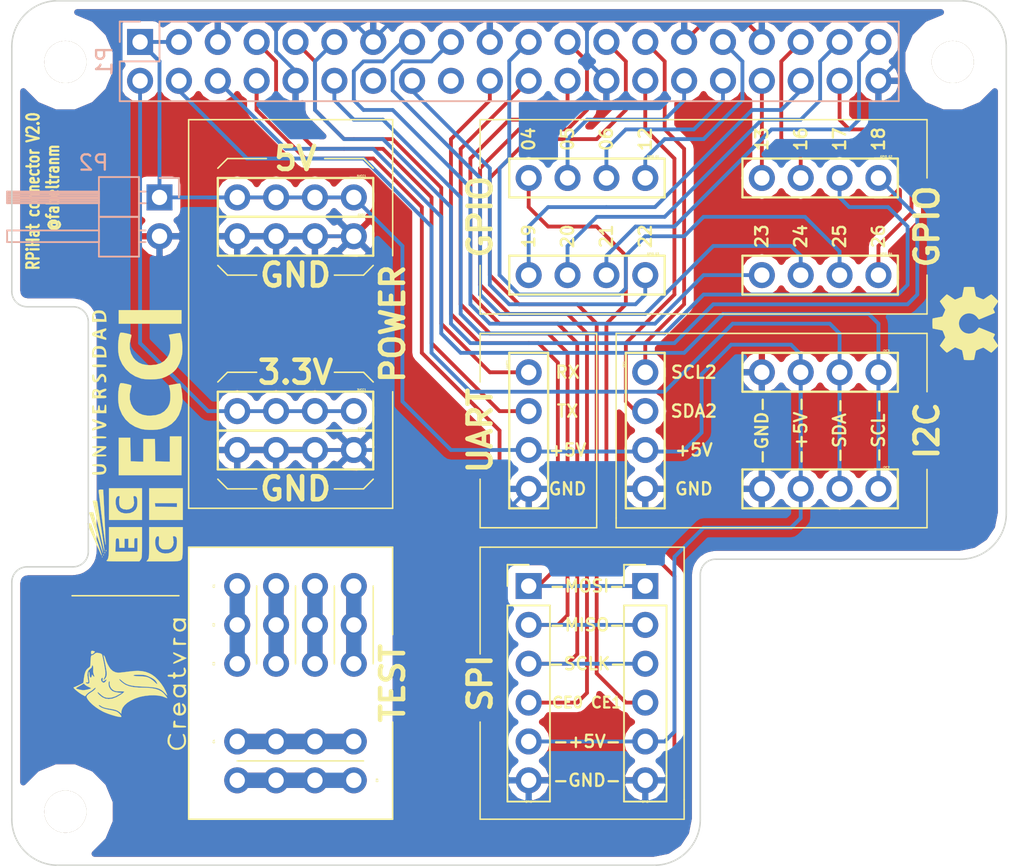
<source format=kicad_pcb>
(kicad_pcb (version 4) (host pcbnew 4.0.2-stable)
  (layers (0 F.Cu signal) (31 B.Cu signal) (34 B.Paste user hide) (35 F.Paste user hide) (36 B.SilkS user hide) (37 F.SilkS user) (38 B.Mask user hide) (39 F.Mask user hide) (44 Edge.Cuts user))
  (net 0 "")
  (net 1 GND)
  (net 2 GPIO16)
  (net 3 GPIO21)
  (net 4 GPIO20)
  (net 5 GPIO24)
  (net 6 SPI_CE0_N)
  (net 7 GPIO25)
  (net 8 GPIO12)
  (net 9 SCL2)
  (net 10 SPI_CE1_N)
  (net 11 RX_UART)
  (net 12 GPIO18)
  (net 13 GPIO23)
  (net 14 TX_UART)
  (net 15 +5V)
  (net 16 GPIO26)
  (net 17 GPIO13)
  (net 18 GPIO19)
  (net 19 SDA2)
  (net 20 GPIO05)
  (net 21 GPIO06)
  (net 22 SPI_CLK)
  (net 23 SPI_MISO)
  (net 24 SPI_MOSI)
  (net 25 SDA1)
  (net 26 +3V3)
  (net 27 SCL1)
  (net 28 GPIO04)
  (net 29 GPIO22)
  (net 30 GPIO17)
  (net 31 "Net-(C1-Pad1)")
  (net 32 "Net-(C4-Pad1)")
  (net 33 "Net-(C9-Pad1)")
  (net 34 "Net-(C1-Pad2)")
  (net 35 "Net-(C1-Pad3)")
  (net 36 "Net-(C1-Pad4)")
  (module RpiHat:conn1x04RpiHat_02 (layer F.Cu) (at 113.411 81.1784 270)
    (fp_text reference GND1 (at -1.397 -0.508 360) (layer F.SilkS) (effects (font (size 0.127 0.127) (thickness 0.03175))))
    (fp_text value GND)
    (pad 1 thru_hole circle (at 0 0 270) (size 1.7 1.7) (drill 1) (layers *.Cu *.Mask) (net 1 GND))
    (pad 2 thru_hole oval (at 0 2.54 270) (size 1.7 1.7) (drill 1) (layers *.Cu *.Mask) (net 1 GND))
    (pad 3 thru_hole oval (at 0 5.08 270) (size 1.7 1.7) (drill 1) (layers *.Cu *.Mask) (net 1 GND))
    (pad 4 thru_hole oval (at 0 7.62 270) (size 1.7 1.7) (drill 1) (layers *.Cu *.Mask) (net 1 GND))
  )
  (module Pin_Headers:Pin_Header_Straight_2x20_Pitch2.54mm (layer B.Cu) (at 99.441 68.4784 270)
    (fp_text reference P1 (at 1.27 2.33 270) (layer B.SilkS) (effects (justify mirror)))
    (fp_text value CONN_02X20)
    (pad 1 thru_hole rect (at 0 0 270) (size 1.7 1.7) (drill 1) (layers *.Cu *.Mask) (net 15 +5V))
    (pad 2 thru_hole oval (at 2.54 0 270) (size 1.7 1.7) (drill 1) (layers *.Cu *.Mask) (net 26 +3V3))
    (pad 3 thru_hole oval (at 0 -2.54 270) (size 1.7 1.7) (drill 1) (layers *.Cu *.Mask) (net 15 +5V))
    (pad 4 thru_hole oval (at 2.54 -2.54 270) (size 1.7 1.7) (drill 1) (layers *.Cu *.Mask) (net 25 SDA1))
    (pad 5 thru_hole oval (at 0 -5.08 270) (size 1.7 1.7) (drill 1) (layers *.Cu *.Mask) (net 1 GND))
    (pad 6 thru_hole oval (at 2.54 -5.08 270) (size 1.7 1.7) (drill 1) (layers *.Cu *.Mask) (net 27 SCL1))
    (pad 7 thru_hole oval (at 0 -7.62 270) (size 1.7 1.7) (drill 1) (layers *.Cu *.Mask) (net 14 TX_UART))
    (pad 8 thru_hole oval (at 2.54 -7.62 270) (size 1.7 1.7) (drill 1) (layers *.Cu *.Mask) (net 28 GPIO04))
    (pad 9 thru_hole oval (at 0 -10.16 270) (size 1.7 1.7) (drill 1) (layers *.Cu *.Mask) (net 11 RX_UART))
    (pad 10 thru_hole oval (at 2.54 -10.16 270) (size 1.7 1.7) (drill 1) (layers *.Cu *.Mask) (net 1 GND))
    (pad 11 thru_hole oval (at 0 -12.7 270) (size 1.7 1.7) (drill 1) (layers *.Cu *.Mask) (net 12 GPIO18))
    (pad 12 thru_hole oval (at 2.54 -12.7 270) (size 1.7 1.7) (drill 1) (layers *.Cu *.Mask) (net 30 GPIO17))
    (pad 13 thru_hole oval (at 0 -15.24 270) (size 1.7 1.7) (drill 1) (layers *.Cu *.Mask) (net 1 GND))
    (pad 14 thru_hole oval (at 2.54 -15.24 270) (size 1.7 1.7) (drill 1) (layers *.Cu *.Mask))
    (pad 15 thru_hole oval (at 0 -17.78 270) (size 1.7 1.7) (drill 1) (layers *.Cu *.Mask) (net 13 GPIO23))
    (pad 16 thru_hole oval (at 2.54 -17.78 270) (size 1.7 1.7) (drill 1) (layers *.Cu *.Mask) (net 29 GPIO22))
    (pad 17 thru_hole oval (at 0 -20.32 270) (size 1.7 1.7) (drill 1) (layers *.Cu *.Mask) (net 5 GPIO24))
    (pad 18 thru_hole oval (at 2.54 -20.32 270) (size 1.7 1.7) (drill 1) (layers *.Cu *.Mask))
    (pad 19 thru_hole oval (at 0 -22.86 270) (size 1.7 1.7) (drill 1) (layers *.Cu *.Mask) (net 1 GND))
    (pad 20 thru_hole oval (at 2.54 -22.86 270) (size 1.7 1.7) (drill 1) (layers *.Cu *.Mask) (net 24 SPI_MOSI))
    (pad 21 thru_hole oval (at 0 -25.4 270) (size 1.7 1.7) (drill 1) (layers *.Cu *.Mask) (net 7 GPIO25))
    (pad 22 thru_hole oval (at 2.54 -25.4 270) (size 1.7 1.7) (drill 1) (layers *.Cu *.Mask) (net 23 SPI_MISO))
    (pad 23 thru_hole oval (at 0 -27.94 270) (size 1.7 1.7) (drill 1) (layers *.Cu *.Mask) (net 6 SPI_CE0_N))
    (pad 24 thru_hole oval (at 2.54 -27.94 270) (size 1.7 1.7) (drill 1) (layers *.Cu *.Mask) (net 22 SPI_CLK))
    (pad 25 thru_hole oval (at 0 -30.48 270) (size 1.7 1.7) (drill 1) (layers *.Cu *.Mask) (net 10 SPI_CE1_N))
    (pad 26 thru_hole oval (at 2.54 -30.48 270) (size 1.7 1.7) (drill 1) (layers *.Cu *.Mask) (net 1 GND))
    (pad 27 thru_hole oval (at 0 -33.02 270) (size 1.7 1.7) (drill 1) (layers *.Cu *.Mask) (net 9 SCL2))
    (pad 28 thru_hole oval (at 2.54 -33.02 270) (size 1.7 1.7) (drill 1) (layers *.Cu *.Mask) (net 19 SDA2))
    (pad 29 thru_hole oval (at 0 -35.56 270) (size 1.7 1.7) (drill 1) (layers *.Cu *.Mask) (net 1 GND))
    (pad 30 thru_hole oval (at 2.54 -35.56 270) (size 1.7 1.7) (drill 1) (layers *.Cu *.Mask) (net 20 GPIO05))
    (pad 31 thru_hole oval (at 0 -38.1 270) (size 1.7 1.7) (drill 1) (layers *.Cu *.Mask) (net 8 GPIO12))
    (pad 32 thru_hole oval (at 2.54 -38.1 270) (size 1.7 1.7) (drill 1) (layers *.Cu *.Mask) (net 21 GPIO06))
    (pad 33 thru_hole oval (at 0 -40.64 270) (size 1.7 1.7) (drill 1) (layers *.Cu *.Mask) (net 1 GND))
    (pad 34 thru_hole oval (at 2.54 -40.64 270) (size 1.7 1.7) (drill 1) (layers *.Cu *.Mask) (net 17 GPIO13))
    (pad 35 thru_hole oval (at 0 -43.18 270) (size 1.7 1.7) (drill 1) (layers *.Cu *.Mask) (net 2 GPIO16))
    (pad 36 thru_hole oval (at 2.54 -43.18 270) (size 1.7 1.7) (drill 1) (layers *.Cu *.Mask) (net 18 GPIO19))
    (pad 37 thru_hole oval (at 0 -45.72 270) (size 1.7 1.7) (drill 1) (layers *.Cu *.Mask) (net 4 GPIO20))
    (pad 38 thru_hole oval (at 2.54 -45.72 270) (size 1.7 1.7) (drill 1) (layers *.Cu *.Mask) (net 16 GPIO26))
    (pad 39 thru_hole oval (at 0 -48.26 270) (size 1.7 1.7) (drill 1) (layers *.Cu *.Mask) (net 3 GPIO21))
    (pad 40 thru_hole oval (at 2.54 -48.26 270) (size 1.7 1.7) (drill 1) (layers *.Cu *.Mask) (net 1 GND))
  )
  (module Pin_Headers:Pin_Header_Straight_1x06_Pitch2.54mm (layer F.Cu) (at 124.841 104.0384)
    (fp_text reference SPI1 (at 0 14.097) (layer F.SilkS) (effects (font (size 0.127 0.127) (thickness 0.03175))))
    (fp_text value SPI0)
    (pad 1 thru_hole rect (at 0 0) (size 1.7 1.7) (drill 1) (layers *.Cu *.Mask) (net 24 SPI_MOSI))
    (pad 2 thru_hole oval (at 0 2.54) (size 1.7 1.7) (drill 1) (layers *.Cu *.Mask) (net 23 SPI_MISO))
    (pad 3 thru_hole oval (at 0 5.08) (size 1.7 1.7) (drill 1) (layers *.Cu *.Mask) (net 22 SPI_CLK))
    (pad 4 thru_hole oval (at 0 7.62) (size 1.7 1.7) (drill 1) (layers *.Cu *.Mask) (net 6 SPI_CE0_N))
    (pad 5 thru_hole oval (at 0 10.16) (size 1.7 1.7) (drill 1) (layers *.Cu *.Mask) (net 15 +5V))
    (pad 6 thru_hole oval (at 0 12.7) (size 1.7 1.7) (drill 1) (layers *.Cu *.Mask) (net 1 GND))
  )
  (module RPi_Hat:RPi_Hat_Mounting_Hole (layer F.Cu) (at 152.559 69.786)
    (fp_text reference "" hide)
    (fp_text value "" hide)
    (pad "" thru_hole circle (at 0 0) (size 2.75 2.75) (drill 2.75) (layers *.Cu *.Mask F.SilkS) (clearance 1.725))
  )
  (module RPi_Hat:RPi_Hat_Mounting_Hole (layer F.Cu) (at 94.559 118.786)
    (fp_text reference "" hide)
    (fp_text value "" hide)
    (pad "" thru_hole circle (at 0 0) (size 2.75 2.75) (drill 2.75) (layers *.Cu *.Mask F.SilkS) (clearance 1.725))
  )
  (module RPi_Hat:RPi_Hat_Mounting_Hole (layer F.Cu) (at 94.559 69.786)
    (fp_text reference "" hide)
    (fp_text value "" hide)
    (pad "" thru_hole circle (at 0 0) (size 2.75 2.75) (drill 2.75) (layers *.Cu *.Mask F.SilkS) (clearance 1.725))
  )
  (module Pin_Headers:Pin_Header_Straight_1x06_Pitch2.54mm (layer F.Cu) (at 132.461 104.0384)
    (fp_text reference SPI2 (at 0 14.097) (layer F.SilkS) (effects (font (size 0.127 0.127) (thickness 0.03175))))
    (fp_text value SPI1)
    (pad 1 thru_hole rect (at 0 0) (size 1.7 1.7) (drill 1) (layers *.Cu *.Mask) (net 24 SPI_MOSI))
    (pad 2 thru_hole oval (at 0 2.54) (size 1.7 1.7) (drill 1) (layers *.Cu *.Mask) (net 23 SPI_MISO))
    (pad 3 thru_hole oval (at 0 5.08) (size 1.7 1.7) (drill 1) (layers *.Cu *.Mask) (net 22 SPI_CLK))
    (pad 4 thru_hole oval (at 0 7.62) (size 1.7 1.7) (drill 1) (layers *.Cu *.Mask) (net 10 SPI_CE1_N))
    (pad 5 thru_hole oval (at 0 10.16) (size 1.7 1.7) (drill 1) (layers *.Cu *.Mask) (net 15 +5V))
    (pad 6 thru_hole oval (at 0 12.7) (size 1.7 1.7) (drill 1) (layers *.Cu *.Mask) (net 1 GND))
  )
  (module RpiHat:conn1x04RpiHat (layer F.Cu) (at 105.791 104.0384 90)
    (fp_text reference C1 (at 0 -1.524 270) (layer F.SilkS) (effects (font (size 0.127 0.127) (thickness 0.03175))))
    (fp_text value " ")
    (pad 1 thru_hole circle (at 0 0 90) (size 1.7 1.7) (drill 1) (layers *.Cu *.Mask) (net 31 "Net-(C1-Pad1)"))
    (pad 2 thru_hole oval (at 0 2.54 90) (size 1.7 1.7) (drill 1) (layers *.Cu *.Mask) (net 34 "Net-(C1-Pad2)"))
    (pad 3 thru_hole oval (at 0 5.08 90) (size 1.7 1.7) (drill 1) (layers *.Cu *.Mask) (net 35 "Net-(C1-Pad3)"))
    (pad 4 thru_hole oval (at 0 7.62 90) (size 1.7 1.7) (drill 1) (layers *.Cu *.Mask) (net 36 "Net-(C1-Pad4)"))
  )
  (module RpiHat:conn1x04RpiHat (layer F.Cu) (at 105.791 106.5784 90)
    (fp_text reference C2 (at 0 -1.524 270) (layer F.SilkS) (effects (font (size 0.127 0.127) (thickness 0.03175))))
    (fp_text value " ")
    (pad 1 thru_hole circle (at 0 0 90) (size 1.7 1.7) (drill 1) (layers *.Cu *.Mask) (net 31 "Net-(C1-Pad1)"))
    (pad 2 thru_hole oval (at 0 2.54 90) (size 1.7 1.7) (drill 1) (layers *.Cu *.Mask) (net 34 "Net-(C1-Pad2)"))
    (pad 3 thru_hole oval (at 0 5.08 90) (size 1.7 1.7) (drill 1) (layers *.Cu *.Mask) (net 35 "Net-(C1-Pad3)"))
    (pad 4 thru_hole oval (at 0 7.62 90) (size 1.7 1.7) (drill 1) (layers *.Cu *.Mask) (net 36 "Net-(C1-Pad4)"))
  )
  (module RpiHat:conn1x04RpiHat (layer F.Cu) (at 105.791 109.1184 90)
    (fp_text reference C3 (at 0 -1.524 270) (layer F.SilkS) (effects (font (size 0.127 0.127) (thickness 0.03175))))
    (fp_text value " ")
    (pad 1 thru_hole circle (at 0 0 90) (size 1.7 1.7) (drill 1) (layers *.Cu *.Mask) (net 31 "Net-(C1-Pad1)"))
    (pad 2 thru_hole oval (at 0 2.54 90) (size 1.7 1.7) (drill 1) (layers *.Cu *.Mask) (net 34 "Net-(C1-Pad2)"))
    (pad 3 thru_hole oval (at 0 5.08 90) (size 1.7 1.7) (drill 1) (layers *.Cu *.Mask) (net 35 "Net-(C1-Pad3)"))
    (pad 4 thru_hole oval (at 0 7.62 90) (size 1.7 1.7) (drill 1) (layers *.Cu *.Mask) (net 36 "Net-(C1-Pad4)"))
  )
  (module RpiHat:conn1x04RpiHat (layer F.Cu) (at 105.791 114.1984 90)
    (fp_text reference C4 (at 0 -1.524 270) (layer F.SilkS) (effects (font (size 0.127 0.127) (thickness 0.03175))))
    (fp_text value " ")
    (pad 1 thru_hole circle (at 0 0 90) (size 1.7 1.7) (drill 1) (layers *.Cu *.Mask) (net 32 "Net-(C4-Pad1)"))
    (pad 2 thru_hole oval (at 0 2.54 90) (size 1.7 1.7) (drill 1) (layers *.Cu *.Mask) (net 32 "Net-(C4-Pad1)"))
    (pad 3 thru_hole oval (at 0 5.08 90) (size 1.7 1.7) (drill 1) (layers *.Cu *.Mask) (net 32 "Net-(C4-Pad1)"))
    (pad 4 thru_hole oval (at 0 7.62 90) (size 1.7 1.7) (drill 1) (layers *.Cu *.Mask) (net 32 "Net-(C4-Pad1)"))
  )
  (module RpiHat:conn1x04RpiHat (layer F.Cu) (at 113.411 116.7384 270)
    (fp_text reference C9 (at 0 -1.524 450) (layer F.SilkS) (effects (font (size 0.127 0.127) (thickness 0.03175))))
    (fp_text value " ")
    (pad 1 thru_hole circle (at 0 0 270) (size 1.7 1.7) (drill 1) (layers *.Cu *.Mask) (net 33 "Net-(C9-Pad1)"))
    (pad 2 thru_hole oval (at 0 2.54 270) (size 1.7 1.7) (drill 1) (layers *.Cu *.Mask) (net 33 "Net-(C9-Pad1)"))
    (pad 3 thru_hole oval (at 0 5.08 270) (size 1.7 1.7) (drill 1) (layers *.Cu *.Mask) (net 33 "Net-(C9-Pad1)"))
    (pad 4 thru_hole oval (at 0 7.62 270) (size 1.7 1.7) (drill 1) (layers *.Cu *.Mask) (net 33 "Net-(C9-Pad1)"))
  )
  (module RpiHat:conn1x04RpiHat_02 (layer F.Cu) (at 113.411 78.6384 270)
    (fp_text reference 5VCC1 (at -1.397 -0.508 360) (layer F.SilkS) (effects (font (size 0.127 0.127) (thickness 0.03175))))
    (fp_text value 5VCC)
    (pad 1 thru_hole circle (at 0 0 270) (size 1.7 1.7) (drill 1) (layers *.Cu *.Mask) (net 15 +5V))
    (pad 2 thru_hole oval (at 0 2.54 270) (size 1.7 1.7) (drill 1) (layers *.Cu *.Mask) (net 15 +5V))
    (pad 3 thru_hole oval (at 0 5.08 270) (size 1.7 1.7) (drill 1) (layers *.Cu *.Mask) (net 15 +5V))
    (pad 4 thru_hole oval (at 0 7.62 270) (size 1.7 1.7) (drill 1) (layers *.Cu *.Mask) (net 15 +5V))
  )
  (module RpiHat:conn1x04RpiHat_02 (layer F.Cu) (at 113.411 92.6084 270)
    (fp_text reference 3VCC1 (at -1.397 -0.508 360) (layer F.SilkS) (effects (font (size 0.127 0.127) (thickness 0.03175))))
    (fp_text value 3.3VCC)
    (pad 1 thru_hole circle (at 0 0 270) (size 1.7 1.7) (drill 1) (layers *.Cu *.Mask) (net 26 +3V3))
    (pad 2 thru_hole oval (at 0 2.54 270) (size 1.7 1.7) (drill 1) (layers *.Cu *.Mask) (net 26 +3V3))
    (pad 3 thru_hole oval (at 0 5.08 270) (size 1.7 1.7) (drill 1) (layers *.Cu *.Mask) (net 26 +3V3))
    (pad 4 thru_hole oval (at 0 7.62 270) (size 1.7 1.7) (drill 1) (layers *.Cu *.Mask) (net 26 +3V3))
  )
  (module RpiHat:conn1x04RpiHat_02 (layer F.Cu) (at 113.411 95.1484 270)
    (fp_text reference GND2 (at -1.397 -0.508 360) (layer F.SilkS) (effects (font (size 0.127 0.127) (thickness 0.03175))))
    (fp_text value GND)
    (pad 1 thru_hole circle (at 0 0 270) (size 1.7 1.7) (drill 1) (layers *.Cu *.Mask) (net 1 GND))
    (pad 2 thru_hole oval (at 0 2.54 270) (size 1.7 1.7) (drill 1) (layers *.Cu *.Mask) (net 1 GND))
    (pad 3 thru_hole oval (at 0 5.08 270) (size 1.7 1.7) (drill 1) (layers *.Cu *.Mask) (net 1 GND))
    (pad 4 thru_hole oval (at 0 7.62 270) (size 1.7 1.7) (drill 1) (layers *.Cu *.Mask) (net 1 GND))
  )
  (module RpiHat:conn1x04RpiHat_02 (layer F.Cu) (at 124.841 90.0684)
    (fp_text reference UART1 (at -1.397 -0.508 90) (layer F.SilkS) (effects (font (size 0.127 0.127) (thickness 0.03175))))
    (fp_text value UART)
    (pad 1 thru_hole circle (at 0 0) (size 1.7 1.7) (drill 1) (layers *.Cu *.Mask) (net 11 RX_UART))
    (pad 2 thru_hole oval (at 0 2.54) (size 1.7 1.7) (drill 1) (layers *.Cu *.Mask) (net 14 TX_UART))
    (pad 3 thru_hole oval (at 0 5.08) (size 1.7 1.7) (drill 1) (layers *.Cu *.Mask) (net 15 +5V))
    (pad 4 thru_hole oval (at 0 7.62) (size 1.7 1.7) (drill 1) (layers *.Cu *.Mask) (net 1 GND))
  )
  (module RpiHat:conn1x04RpiHat_02 (layer F.Cu) (at 132.461 77.3684 270)
    (fp_text reference GPIO_G1 (at -1.397 -0.508 360) (layer F.SilkS) (effects (font (size 0.127 0.127) (thickness 0.03175))))
    (fp_text value GPIO_G1)
    (pad 1 thru_hole circle (at 0 0 270) (size 1.7 1.7) (drill 1) (layers *.Cu *.Mask) (net 8 GPIO12))
    (pad 2 thru_hole oval (at 0 2.54 270) (size 1.7 1.7) (drill 1) (layers *.Cu *.Mask) (net 21 GPIO06))
    (pad 3 thru_hole oval (at 0 5.08 270) (size 1.7 1.7) (drill 1) (layers *.Cu *.Mask) (net 20 GPIO05))
    (pad 4 thru_hole oval (at 0 7.62 270) (size 1.7 1.7) (drill 1) (layers *.Cu *.Mask) (net 28 GPIO04))
  )
  (module RpiHat:conn1x04RpiHat_02 (layer F.Cu) (at 132.461 83.7184 270)
    (fp_text reference GPIO_G3 (at -1.397 -0.508 360) (layer F.SilkS) (effects (font (size 0.127 0.127) (thickness 0.03175))))
    (fp_text value GPIO_G3)
    (pad 1 thru_hole circle (at 0 0 270) (size 1.7 1.7) (drill 1) (layers *.Cu *.Mask) (net 29 GPIO22))
    (pad 2 thru_hole oval (at 0 2.54 270) (size 1.7 1.7) (drill 1) (layers *.Cu *.Mask) (net 3 GPIO21))
    (pad 3 thru_hole oval (at 0 5.08 270) (size 1.7 1.7) (drill 1) (layers *.Cu *.Mask) (net 4 GPIO20))
    (pad 4 thru_hole oval (at 0 7.62 270) (size 1.7 1.7) (drill 1) (layers *.Cu *.Mask) (net 18 GPIO19))
  )
  (module RpiHat:conn1x04RpiHat_02 (layer F.Cu) (at 147.701 77.3684 270)
    (fp_text reference GPIO_G2 (at -1.397 -0.508 360) (layer F.SilkS) (effects (font (size 0.127 0.127) (thickness 0.03175))))
    (fp_text value GPIO_G2)
    (pad 1 thru_hole circle (at 0 0 270) (size 1.7 1.7) (drill 1) (layers *.Cu *.Mask) (net 12 GPIO18))
    (pad 2 thru_hole oval (at 0 2.54 270) (size 1.7 1.7) (drill 1) (layers *.Cu *.Mask) (net 30 GPIO17))
    (pad 3 thru_hole oval (at 0 5.08 270) (size 1.7 1.7) (drill 1) (layers *.Cu *.Mask) (net 2 GPIO16))
    (pad 4 thru_hole oval (at 0 7.62 270) (size 1.7 1.7) (drill 1) (layers *.Cu *.Mask) (net 17 GPIO13))
  )
  (module RpiHat:conn1x04RpiHat_02 (layer F.Cu) (at 147.701 83.7184 270)
    (fp_text reference GPIO_G4 (at -1.397 -0.508 360) (layer F.SilkS) (effects (font (size 0.127 0.127) (thickness 0.03175))))
    (fp_text value GPIO_G4)
    (pad 1 thru_hole circle (at 0 0 270) (size 1.7 1.7) (drill 1) (layers *.Cu *.Mask) (net 16 GPIO26))
    (pad 2 thru_hole oval (at 0 2.54 270) (size 1.7 1.7) (drill 1) (layers *.Cu *.Mask) (net 7 GPIO25))
    (pad 3 thru_hole oval (at 0 5.08 270) (size 1.7 1.7) (drill 1) (layers *.Cu *.Mask) (net 5 GPIO24))
    (pad 4 thru_hole oval (at 0 7.62 270) (size 1.7 1.7) (drill 1) (layers *.Cu *.Mask) (net 13 GPIO23))
  )
  (module RpiHat:conn1x04RpiHat_02 (layer F.Cu) (at 132.461 90.0684)
    (fp_text reference I2C1 (at -1.397 -0.508 90) (layer F.SilkS) (effects (font (size 0.127 0.127) (thickness 0.03175))))
    (fp_text value I2C2)
    (pad 1 thru_hole circle (at 0 0) (size 1.7 1.7) (drill 1) (layers *.Cu *.Mask) (net 9 SCL2))
    (pad 2 thru_hole oval (at 0 2.54) (size 1.7 1.7) (drill 1) (layers *.Cu *.Mask) (net 19 SDA2))
    (pad 3 thru_hole oval (at 0 5.08) (size 1.7 1.7) (drill 1) (layers *.Cu *.Mask) (net 15 +5V))
    (pad 4 thru_hole oval (at 0 7.62) (size 1.7 1.7) (drill 1) (layers *.Cu *.Mask) (net 1 GND))
  )
  (module RpiHat:conn1x04RpiHat_02 (layer F.Cu) (at 147.701 97.6884 270)
    (fp_text reference I2C2 (at -1.397 -0.508 360) (layer F.SilkS) (effects (font (size 0.127 0.127) (thickness 0.03175))))
    (fp_text value I2C1)
    (pad 1 thru_hole circle (at 0 0 270) (size 1.7 1.7) (drill 1) (layers *.Cu *.Mask) (net 27 SCL1))
    (pad 2 thru_hole oval (at 0 2.54 270) (size 1.7 1.7) (drill 1) (layers *.Cu *.Mask) (net 25 SDA1))
    (pad 3 thru_hole oval (at 0 5.08 270) (size 1.7 1.7) (drill 1) (layers *.Cu *.Mask) (net 15 +5V))
    (pad 4 thru_hole oval (at 0 7.62 270) (size 1.7 1.7) (drill 1) (layers *.Cu *.Mask) (net 1 GND))
  )
  (module RpiHat:conn1x04RpiHat_02 (layer F.Cu) (at 147.701 90.0684 270)
    (fp_text reference I2C3 (at -1.397 -0.508 360) (layer F.SilkS) (effects (font (size 0.127 0.127) (thickness 0.03175))))
    (fp_text value I2C1)
    (pad 1 thru_hole circle (at 0 0 270) (size 1.7 1.7) (drill 1) (layers *.Cu *.Mask) (net 27 SCL1))
    (pad 2 thru_hole oval (at 0 2.54 270) (size 1.7 1.7) (drill 1) (layers *.Cu *.Mask) (net 25 SDA1))
    (pad 3 thru_hole oval (at 0 5.08 270) (size 1.7 1.7) (drill 1) (layers *.Cu *.Mask) (net 15 +5V))
    (pad 4 thru_hole oval (at 0 7.62 270) (size 1.7 1.7) (drill 1) (layers *.Cu *.Mask) (net 1 GND))
  )
  (module RpiHat:openHW (layer F.Cu) (at 153.416 86.8934 90)
    (fp_text reference G*** hide)
    (fp_text value LOGO hide)
  )
  (module Pin_Headers:Pin_Header_Angled_1x02_Pitch2.54mm (layer B.Cu) (at 100.711 78.6384 180)
    (fp_text reference P2 (at 4.315 2.27 180) (layer B.SilkS) (effects (justify mirror)))
    (fp_text value power5vcc)
    (pad 1 thru_hole rect (at 0 0 180) (size 1.7 1.7) (drill 1) (layers *.Cu *.Mask) (net 15 +5V))
    (pad 2 thru_hole oval (at 0 -2.54 180) (size 1.7 1.7) (drill 1) (layers *.Cu *.Mask) (net 1 GND))
  )
  (module RpiHat:ECCI (layer F.Cu) (at 99.441 93.8784 90)
    (fp_text reference G*** hide)
    (fp_text value LOGO hide)
  )
  (module RpiHat:creatvra (layer F.Cu) (at 98.806 110.3884 90)
    (fp_text reference G*** hide)
    (fp_text value LOGO hide)
  )
  (gr_line (start 101.981 104.6734) (end 94.996 104.6734) (angle 90) (layer F.SilkS) (width 0.1))
  (gr_line (start 150.876 73.5584) (end 150.876 77.3684) (angle 90) (layer F.SilkS) (width 0.1))
  (gr_line (start 121.666 73.5584) (end 150.876 73.5584) (angle 90) (layer F.SilkS) (width 0.1))
  (gr_line (start 121.666 76.7334) (end 121.666 73.5584) (angle 90) (layer F.SilkS) (width 0.1))
  (gr_line (start 121.666 86.2584) (end 121.666 83.0834) (angle 90) (layer F.SilkS) (width 0.1))
  (gr_line (start 137.541 86.2584) (end 121.666 86.2584) (angle 90) (layer F.SilkS) (width 0.1))
  (gr_line (start 150.876 86.2584) (end 137.541 86.2584) (angle 90) (layer F.SilkS) (width 0.1))
  (gr_line (start 150.876 83.7184) (end 150.876 86.2584) (angle 90) (layer F.SilkS) (width 0.1))
  (gr_line (start 115.951 119.2784) (end 115.951 112.9284) (angle 90) (layer F.SilkS) (width 0.1))
  (gr_line (start 115.951 119.2784) (end 102.616 119.2784) (angle 90) (layer F.SilkS) (width 0.1))
  (gr_line (start 102.616 101.4984) (end 102.616 119.2784) (angle 90) (layer F.SilkS) (width 0.1))
  (gr_line (start 102.616 101.4984) (end 115.951 101.4984) (angle 90) (layer F.SilkS) (width 0.1))
  (gr_line (start 115.951 107.2134) (end 115.951 101.4984) (angle 90) (layer F.SilkS) (width 0.1))
  (gr_line (start 114.046 115.4684) (end 105.791 115.4684) (angle 90) (layer F.SilkS) (width 0.1))
  (gr_line (start 107.061 104.0384) (end 107.061 109.1184) (angle 90) (layer F.SilkS) (width 0.1))
  (gr_line (start 109.601 109.1184) (end 109.601 104.0384) (angle 90) (layer F.SilkS) (width 0.1))
  (gr_line (start 112.141 109.1184) (end 112.141 104.0384) (angle 90) (layer F.SilkS) (width 0.1))
  (gr_line (start 114.681 109.1184) (end 114.681 104.0384) (angle 90) (layer F.SilkS) (width 0.1))
  (gr_line (start 121.666 119.2784) (end 122.301 119.2784) (angle 90) (layer F.SilkS) (width 0.1))
  (gr_line (start 121.666 112.9284) (end 121.666 119.2784) (angle 90) (layer F.SilkS) (width 0.1))
  (gr_line (start 121.666 108.4834) (end 121.666 101.4984) (angle 90) (layer F.SilkS) (width 0.1))
  (gr_line (start 121.666 101.4984) (end 122.301 101.4984) (angle 90) (layer F.SilkS) (width 0.1))
  (gr_line (start 129.286 100.2284) (end 129.286 87.5284) (angle 90) (layer F.SilkS) (width 0.1))
  (gr_line (start 121.666 100.2284) (end 129.286 100.2284) (angle 90) (layer F.SilkS) (width 0.1))
  (gr_line (start 121.666 97.0534) (end 121.666 100.2284) (angle 90) (layer F.SilkS) (width 0.1))
  (gr_line (start 121.666 87.5284) (end 121.666 90.7034) (angle 90) (layer F.SilkS) (width 0.1))
  (gr_line (start 129.286 87.5284) (end 121.666 87.5284) (angle 90) (layer F.SilkS) (width 0.1))
  (gr_line (start 150.876 100.2284) (end 150.876 96.4184) (angle 90) (layer F.SilkS) (width 0.1))
  (gr_line (start 130.556 100.2284) (end 150.876 100.2284) (angle 90) (layer F.SilkS) (width 0.1))
  (gr_line (start 130.556 99.5934) (end 130.556 100.2284) (angle 90) (layer F.SilkS) (width 0.1))
  (gr_line (start 130.556 87.5284) (end 130.556 99.5934) (angle 90) (layer F.SilkS) (width 0.1))
  (gr_line (start 150.876 87.5284) (end 130.556 87.5284) (angle 90) (layer F.SilkS) (width 0.1))
  (gr_line (start 150.876 91.3384) (end 150.876 87.5284) (angle 90) (layer F.SilkS) (width 0.1))
  (gr_line (start 115.951 73.5584) (end 115.951 82.4484) (angle 90) (layer F.SilkS) (width 0.1))
  (gr_line (start 115.951 73.5584) (end 102.616 73.5584) (angle 90) (layer F.SilkS) (width 0.1))
  (gr_line (start 102.616 98.9584) (end 102.616 73.5584) (angle 90) (layer F.SilkS) (width 0.1))
  (gr_line (start 102.616 98.9584) (end 115.951 98.9584) (angle 90) (layer F.SilkS) (width 0.1))
  (gr_line (start 115.951 91.3384) (end 115.951 98.9584) (angle 90) (layer F.SilkS) (width 0.1))
  (gr_line (start 114.046 83.7184) (end 114.681 83.0834) (angle 90) (layer F.SilkS) (width 0.1))
  (gr_line (start 112.141 83.7184) (end 114.046 83.7184) (angle 90) (layer F.SilkS) (width 0.1))
  (gr_line (start 105.156 83.7184) (end 104.521 83.0834) (angle 90) (layer F.SilkS) (width 0.1))
  (gr_line (start 107.061 83.7184) (end 105.156 83.7184) (angle 90) (layer F.SilkS) (width 0.1))
  (gr_line (start 114.046 90.0684) (end 114.681 90.7034) (angle 90) (layer F.SilkS) (width 0.1))
  (gr_line (start 112.141 90.0684) (end 114.046 90.0684) (angle 90) (layer F.SilkS) (width 0.1))
  (gr_line (start 105.156 90.0684) (end 104.521 90.7034) (angle 90) (layer F.SilkS) (width 0.1))
  (gr_line (start 107.061 90.0684) (end 105.156 90.0684) (angle 90) (layer F.SilkS) (width 0.1))
  (gr_line (start 105.156 97.6884) (end 104.521 97.0534) (angle 90) (layer F.SilkS) (width 0.1))
  (gr_line (start 107.061 97.6884) (end 105.156 97.6884) (angle 90) (layer F.SilkS) (width 0.1))
  (gr_line (start 114.046 97.6884) (end 114.681 97.0534) (angle 90) (layer F.SilkS) (width 0.1))
  (gr_line (start 112.141 97.6884) (end 114.046 97.6884) (angle 90) (layer F.SilkS) (width 0.1))
  (gr_line (start 135.001 101.4984) (end 122.301 101.4984) (angle 90) (layer F.SilkS) (width 0.1))
  (gr_line (start 135.001 119.2784) (end 122.301 119.2784) (angle 90) (layer F.SilkS) (width 0.1))
  (gr_line (start 135.001 118.0084) (end 135.001 119.2784) (angle 90) (layer F.SilkS) (width 0.1))
  (gr_line (start 135.001 101.4984) (end 135.001 118.0084) (angle 90) (layer F.SilkS) (width 0.1))
  (gr_line (start 114.046 76.0984) (end 114.681 76.7334) (angle 90) (layer F.SilkS) (width 0.1))
  (gr_line (start 111.506 76.0984) (end 114.046 76.0984) (angle 90) (layer F.SilkS) (width 0.1))
  (gr_line (start 105.156 76.0984) (end 104.521 76.7334) (angle 90) (layer F.SilkS) (width 0.1))
  (gr_line (start 107.696 76.0984) (end 105.156 76.0984) (angle 90) (layer F.SilkS) (width 0.1))
  (gr_arc (start 153.059 99.286) (end 156.059 99.286) (angle 90) (layer Edge.Cuts) (width 0.1))
  (gr_line (start 137.059 102.286) (end 153.059 102.286) (angle 90) (layer Edge.Cuts) (width 0.1))
  (gr_arc (start 137.059 103.286) (end 136.059 103.286) (angle 90) (layer Edge.Cuts) (width 0.1))
  (gr_text "RPiHat connector V2.0 \n@fabeltranm" (at 93.091 78.0034 90) (layer F.SilkS) (effects (font (size 0.8 0.6))))
  (gr_text TEST (at 115.951 110.3884 90) (layer F.SilkS) (effects (font (size 1.5 1.5) (thickness 0.3))))
  (gr_text POWER (at 115.951 86.8934 90) (layer F.SilkS) (effects (font (size 1.5 1.5) (thickness 0.3))))
  (gr_text GPIO (at 121.666 79.9084 90) (layer F.SilkS) (effects (font (size 1.5 1.5) (thickness 0.3))))
  (gr_text RX (at 127.381 90.0684) (layer F.SilkS) (effects (font (size 0.8 0.8))))
  (gr_text TX (at 127.381 92.6084) (layer F.SilkS) (effects (font (size 0.8 0.8))))
  (gr_text +5V (at 127.381 95.1484) (layer F.SilkS) (effects (font (size 0.8 0.8))))
  (gr_text GND (at 127.381 97.6884) (layer F.SilkS) (effects (font (size 0.8 0.8))))
  (gr_text -GND- (at 128.651 116.7384) (layer F.SilkS) (effects (font (size 0.8 0.8))))
  (gr_text -+5V- (at 128.651 114.1984) (layer F.SilkS) (effects (font (size 0.8 0.8))))
  (gr_text "CE0 CE1" (at 128.651 111.6584) (layer F.SilkS) (effects (font (size 0.7 0.7))))
  (gr_text -SCLK- (at 128.651 109.1184) (layer F.SilkS) (effects (font (size 0.8 0.8))))
  (gr_text -MISO- (at 128.651 106.5784) (layer F.SilkS) (effects (font (size 0.8 0.8))))
  (gr_text -MOSI- (at 128.651 104.0384) (layer F.SilkS) (effects (font (size 0.8 0.8))))
  (gr_text GND (at 135.636 97.6884) (layer F.SilkS) (effects (font (size 0.8 0.8))))
  (gr_text +5V (at 135.636 95.1484) (layer F.SilkS) (effects (font (size 0.8 0.8))))
  (gr_text SDA2 (at 135.636 92.6084) (layer F.SilkS) (effects (font (size 0.8 0.8))))
  (gr_text SCL2 (at 135.636 90.0684) (layer F.SilkS) (effects (font (size 0.8 0.8))))
  (gr_text UART (at 121.666 93.8784 90) (layer F.SilkS) (effects (font (size 1.5 1.5) (thickness 0.3))))
  (gr_text -GND- (at 140.081 93.8784 90) (layer F.SilkS) (effects (font (size 0.8 0.8))))
  (gr_text -+5V- (at 142.621 93.8784 90) (layer F.SilkS) (effects (font (size 0.8 0.8))))
  (gr_text -SDA- (at 145.161 93.8784 90) (layer F.SilkS) (effects (font (size 0.8 0.8))))
  (gr_text -SCL- (at 147.701 93.8784 90) (layer F.SilkS) (effects (font (size 0.8 0.8))))
  (gr_text 26 (at 147.701 81.1784 90) (layer F.SilkS) (effects (font (size 0.8 0.8))))
  (gr_text 25 (at 145.161 81.1784 90) (layer F.SilkS) (effects (font (size 0.8 0.8))))
  (gr_text 24 (at 142.621 81.1784 90) (layer F.SilkS) (effects (font (size 0.8 0.8))))
  (gr_text 23 (at 140.081 81.1784 90) (layer F.SilkS) (effects (font (size 0.8 0.8))))
  (gr_text 22 (at 132.461 81.1784 90) (layer F.SilkS) (effects (font (size 0.8 0.8))))
  (gr_text 21 (at 129.921 81.1784 90) (layer F.SilkS) (effects (font (size 0.8 0.8))))
  (gr_text 20 (at 127.381 81.1784 90) (layer F.SilkS) (effects (font (size 0.8 0.8))))
  (gr_text 19 (at 124.841 81.1784 90) (layer F.SilkS) (effects (font (size 0.8 0.8))))
  (gr_text 18 (at 147.701 74.8284 90) (layer F.SilkS) (effects (font (size 0.8 0.8))))
  (gr_text 17 (at 145.161 74.8284 90) (layer F.SilkS) (effects (font (size 0.8 0.8))))
  (gr_text 16 (at 142.621 74.8284 90) (layer F.SilkS) (effects (font (size 0.8 0.8))))
  (gr_text 13 (at 140.081 74.8284 90) (layer F.SilkS) (effects (font (size 0.8 0.8))))
  (gr_text 12 (at 132.461 74.8284 90) (layer F.SilkS) (effects (font (size 0.8 0.8))))
  (gr_text 06 (at 129.921 74.8284 90) (layer F.SilkS) (effects (font (size 0.8 0.8))))
  (gr_text 05 (at 127.381 74.8284 90) (layer F.SilkS) (effects (font (size 0.8 0.8))))
  (gr_text 04 (at 124.841 74.8284 90) (layer F.SilkS) (effects (font (size 0.8 0.8))))
  (gr_text GND (at 109.601 97.6884) (layer F.SilkS) (effects (font (size 1.5 1.5) (thickness 0.3))))
  (gr_text "3.3V\n" (at 109.601 90.0684) (layer F.SilkS) (effects (font (size 1.5 1.5) (thickness 0.3))))
  (gr_text GND (at 109.601 83.7184) (layer F.SilkS) (effects (font (size 1.5 1.5) (thickness 0.3))))
  (gr_text "5V\n" (at 109.601 76.0984) (layer F.SilkS) (effects (font (size 1.5 1.5) (thickness 0.3))))
  (gr_text SPI (at 121.666 110.3884 90) (layer F.SilkS) (effects (font (size 1.5 1.5) (thickness 0.3))))
  (gr_text I2C (at 150.876 93.8784 90) (layer F.SilkS) (effects (font (size 1.5 1.5) (thickness 0.3))))
  (gr_text GPIO (at 150.876 80.5434 90) (layer F.SilkS) (effects (font (size 1.5 1.5) (thickness 0.3))))
  (gr_line (start 136.059 103.286) (end 136.059 119.286) (angle 90) (layer Edge.Cuts) (width 0.1))
  (gr_arc (start 92.059 103.786) (end 91.059 103.786) (angle 90) (layer Edge.Cuts) (width 0.1))
  (gr_arc (start 95.059 101.786) (end 96.059 101.786) (angle 90) (layer Edge.Cuts) (width 0.1))
  (gr_arc (start 95.059 86.786) (end 95.059 85.786) (angle 90) (layer Edge.Cuts) (width 0.1))
  (gr_arc (start 92.059 84.786) (end 92.059 85.786) (angle 90) (layer Edge.Cuts) (width 0.1))
  (gr_arc (start 133.059 119.286) (end 136.059 119.286) (angle 90) (layer Edge.Cuts) (width 0.1))
  (gr_arc (start 94.059 119.286) (end 94.059 122.286) (angle 90) (layer Edge.Cuts) (width 0.1))
  (gr_arc (start 94.059 68.786) (end 91.059 68.786) (angle 90) (layer Edge.Cuts) (width 0.1))
  (gr_arc (start 153.059 68.786) (end 153.059 65.786) (angle 90) (layer Edge.Cuts) (width 0.1))
  (gr_line (start 91.059 103.786) (end 91.059 119.286) (layer Edge.Cuts) (width 0.1))
  (gr_line (start 91.059 68.786) (end 91.059 84.786) (layer Edge.Cuts) (width 0.1))
  (gr_line (start 92.059 102.786) (end 95.059 102.786) (layer Edge.Cuts) (width 0.1))
  (gr_line (start 92.059 85.786) (end 95.059 85.786) (layer Edge.Cuts) (width 0.1))
  (gr_line (start 96.059 86.786) (end 96.059 101.786) (layer Edge.Cuts) (width 0.1))
  (gr_line (start 94.059 122.286) (end 133.059 122.286) (angle 90) (layer Edge.Cuts) (width 0.1))
  (gr_line (start 156.059 68.786) (end 156.059 99.286) (angle 90) (layer Edge.Cuts) (width 0.1))
  (gr_line (start 94.059 65.786) (end 153.059 65.786) (angle 90) (layer Edge.Cuts) (width 0.1))
  (segment (start 100.711 81.1784) (end 105.791 81.1784) (width 0.25) (layer B.Cu) (net 1))
  (segment (start 108.331 81.1784) (end 105.791 81.1784) (width 0.25) (layer F.Cu) (net 1))
  (segment (start 110.871 81.1784) (end 108.331 81.1784) (width 0.25) (layer F.Cu) (net 1))
  (segment (start 113.411 81.1784) (end 110.871 81.1784) (width 0.25) (layer F.Cu) (net 1))
  (segment (start 130.556 66.5734) (end 129.286 66.5734) (width 0.25) (layer B.Cu) (net 1))
  (segment (start 128.651 67.2084) (end 128.651 67.8434) (width 0.25) (layer B.Cu) (net 1))
  (segment (start 129.286 66.5734) (end 128.651 67.2084) (width 0.25) (layer B.Cu) (net 1))
  (segment (start 129.921 71.0184) (end 129.921 70.993) (width 0.25) (layer B.Cu) (net 1))
  (segment (start 129.921 70.993) (end 128.651 69.723) (width 0.25) (layer B.Cu) (net 1))
  (segment (start 128.651 69.723) (end 128.651 67.8434) (width 0.25) (layer B.Cu) (net 1))
  (segment (start 109.601 71.0184) (end 109.601 70.3834) (width 0.25) (layer B.Cu) (net 1))
  (segment (start 109.601 70.3834) (end 108.331 69.1134) (width 0.25) (layer B.Cu) (net 1))
  (segment (start 108.331 66.5734) (end 108.966 66.5734) (width 0.25) (layer B.Cu) (net 1))
  (segment (start 108.331 67.2084) (end 108.331 66.5734) (width 0.25) (layer B.Cu) (net 1))
  (segment (start 108.331 69.1134) (end 108.331 67.2084) (width 0.25) (layer B.Cu) (net 1))
  (segment (start 110.871 95.1484) (end 113.411 95.1484) (width 0.25) (layer F.Cu) (net 1))
  (segment (start 108.331 95.1484) (end 110.871 95.1484) (width 0.25) (layer F.Cu) (net 1))
  (segment (start 105.791 95.1484) (end 108.331 95.1484) (width 0.25) (layer F.Cu) (net 1))
  (segment (start 124.841 116.7384) (end 122.301 116.7384) (width 0.25) (layer B.Cu) (net 1))
  (segment (start 120.396 102.1334) (end 124.841 97.6884) (width 0.25) (layer B.Cu) (net 1))
  (segment (start 120.396 114.8334) (end 120.396 102.1334) (width 0.25) (layer B.Cu) (net 1))
  (segment (start 122.301 116.7384) (end 120.396 114.8334) (width 0.25) (layer B.Cu) (net 1))
  (segment (start 113.411 95.1484) (end 115.316 95.1484) (width 0.25) (layer B.Cu) (net 1))
  (segment (start 115.316 95.1484) (end 117.856 97.6884) (width 0.25) (layer B.Cu) (net 1))
  (segment (start 124.841 97.6884) (end 117.856 97.6884) (width 0.25) (layer B.Cu) (net 1))
  (segment (start 105.791 81.1784) (end 113.411 81.1784) (width 0.25) (layer B.Cu) (net 1))
  (segment (start 113.411 81.1784) (end 115.951 83.7184) (width 0.25) (layer B.Cu) (net 1))
  (segment (start 115.951 94.5134) (end 115.316 95.1484) (width 0.25) (layer B.Cu) (net 1))
  (segment (start 115.951 83.7184) (end 115.951 94.5134) (width 0.25) (layer B.Cu) (net 1))
  (segment (start 114.681 68.4784) (end 112.776 66.5734) (width 0.25) (layer B.Cu) (net 1))
  (segment (start 112.776 66.5734) (end 113.411 66.5734) (width 0.25) (layer B.Cu) (net 1))
  (segment (start 104.521 68.4784) (end 104.521 67.2084) (width 0.25) (layer B.Cu) (net 1))
  (segment (start 104.521 67.2084) (end 105.156 66.5734) (width 0.25) (layer B.Cu) (net 1))
  (segment (start 105.791 95.1484) (end 103.251 95.1484) (width 0.25) (layer B.Cu) (net 1))
  (segment (start 103.251 95.1484) (end 98.171 90.0684) (width 0.25) (layer B.Cu) (net 1))
  (segment (start 98.171 90.0684) (end 98.171 67.2084) (width 0.25) (layer B.Cu) (net 1))
  (segment (start 98.171 67.2084) (end 98.806 66.5734) (width 0.25) (layer B.Cu) (net 1))
  (segment (start 98.806 66.5734) (end 105.156 66.5734) (width 0.25) (layer B.Cu) (net 1))
  (segment (start 148.336 66.5734) (end 148.336 66.548) (width 0.25) (layer B.Cu) (net 1))
  (segment (start 113.411 66.5734) (end 129.921 66.5734) (width 0.25) (layer B.Cu) (net 1))
  (segment (start 129.921 66.5734) (end 130.556 66.5734) (width 0.25) (layer B.Cu) (net 1))
  (segment (start 130.556 66.5734) (end 148.336 66.5734) (width 0.25) (layer B.Cu) (net 1))
  (segment (start 105.156 66.5734) (end 108.966 66.5734) (width 0.25) (layer B.Cu) (net 1))
  (segment (start 108.966 66.5734) (end 113.411 66.5734) (width 0.25) (layer B.Cu) (net 1))
  (segment (start 113.411 95.1484) (end 105.791 95.1484) (width 0.25) (layer B.Cu) (net 1))
  (segment (start 132.461 97.6884) (end 124.841 97.6884) (width 0.25) (layer B.Cu) (net 1))
  (segment (start 140.081 97.6884) (end 132.461 97.6884) (width 0.25) (layer B.Cu) (net 1))
  (segment (start 140.081 90.0684) (end 140.081 97.6884) (width 0.25) (layer B.Cu) (net 1))
  (segment (start 132.461 116.7384) (end 124.841 116.7384) (width 0.25) (layer B.Cu) (net 1))
  (segment (start 140.081 68.4784) (end 140.081 68.199) (width 0.25) (layer F.Cu) (net 1))
  (segment (start 140.081 68.199) (end 138.557 66.675) (width 0.25) (layer F.Cu) (net 1))
  (segment (start 136.8044 66.675) (end 135.001 68.4784) (width 0.25) (layer F.Cu) (net 1))
  (segment (start 138.557 66.675) (end 136.8044 66.675) (width 0.25) (layer F.Cu) (net 1))
  (segment (start 135.001 68.4784) (end 135.001 68.072) (width 0.25) (layer F.Cu) (net 1))
  (segment (start 129.921 70.358) (end 129.921 71.0184) (width 0.25) (layer F.Cu) (net 1))
  (segment (start 109.601 71.0184) (end 109.601 70.485) (width 0.25) (layer F.Cu) (net 1))
  (segment (start 122.301 68.4784) (end 122.301 67.056) (width 0.25) (layer B.Cu) (net 1))
  (segment (start 122.301 67.056) (end 122.809 66.548) (width 0.25) (layer B.Cu) (net 1))
  (segment (start 104.521 68.4784) (end 104.521 68.326) (width 0.25) (layer B.Cu) (net 1))
  (segment (start 129.921 70.993) (end 128.651 69.723) (width 0.25) (layer B.Cu) (net 1))
  (segment (start 135.001 68.4784) (end 135.001 67.056) (width 0.25) (layer B.Cu) (net 1))
  (segment (start 135.001 67.056) (end 134.62 66.675) (width 0.25) (layer B.Cu) (net 1))
  (segment (start 140.081 68.4784) (end 140.081 67.183) (width 0.25) (layer B.Cu) (net 1))
  (segment (start 140.081 67.183) (end 139.446 66.548) (width 0.25) (layer B.Cu) (net 1))
  (segment (start 114.681 68.4784) (end 114.681 68.326) (width 0.25) (layer B.Cu) (net 1))
  (segment (start 114.681 68.326) (end 116.459 66.548) (width 0.25) (layer B.Cu) (net 1))
  (segment (start 116.459 66.548) (end 122.809 66.548) (width 0.25) (layer B.Cu) (net 1))
  (segment (start 149.098 69.6214) (end 147.701 71.0184) (width 0.25) (layer B.Cu) (net 1))
  (segment (start 148.336 66.548) (end 148.59 66.548) (width 0.25) (layer B.Cu) (net 1))
  (segment (start 148.59 66.548) (end 149.098 67.056) (width 0.25) (layer B.Cu) (net 1))
  (segment (start 149.098 67.056) (end 149.098 69.6214) (width 0.25) (layer B.Cu) (net 1))
  (segment (start 122.809 66.548) (end 139.446 66.548) (width 0.25) (layer B.Cu) (net 1))
  (segment (start 139.446 66.548) (end 148.336 66.548) (width 0.25) (layer B.Cu) (net 1))
  (segment (start 104.521 68.4784) (end 104.521 68.072) (width 0.25) (layer B.Cu) (net 1))
  (segment (start 140.081 90.17) (end 140.081 97.79) (width 0.25) (layer B.Cu) (net 1))
  (segment (start 142.621 68.4784) (end 141.351 69.7484) (width 0.25) (layer F.Cu) (net 2))
  (segment (start 142.621 76.0984) (end 142.621 77.3684) (width 0.25) (layer F.Cu) (net 2))
  (segment (start 141.351 74.8284) (end 142.621 76.0984) (width 0.25) (layer F.Cu) (net 2))
  (segment (start 141.351 69.7484) (end 141.351 74.8284) (width 0.25) (layer F.Cu) (net 2))
  (segment (start 142.621 68.4784) (end 142.621 68.58) (width 0.25) (layer F.Cu) (net 2))
  (segment (start 129.921 83.7184) (end 129.921 82.4484) (width 0.25) (layer B.Cu) (net 3))
  (segment (start 146.431 69.7484) (end 147.701 68.4784) (width 0.25) (layer B.Cu) (net 3))
  (segment (start 146.431 73.5584) (end 146.431 69.7484) (width 0.25) (layer B.Cu) (net 3))
  (segment (start 145.796 74.1934) (end 146.431 73.5584) (width 0.25) (layer B.Cu) (net 3))
  (segment (start 140.716 74.1934) (end 145.796 74.1934) (width 0.25) (layer B.Cu) (net 3))
  (segment (start 134.366 80.5434) (end 140.716 74.1934) (width 0.25) (layer B.Cu) (net 3))
  (segment (start 131.826 80.5434) (end 134.366 80.5434) (width 0.25) (layer B.Cu) (net 3))
  (segment (start 129.921 82.4484) (end 131.826 80.5434) (width 0.25) (layer B.Cu) (net 3))
  (segment (start 147.701 68.4784) (end 147.6756 68.4784) (width 0.25) (layer B.Cu) (net 3))
  (segment (start 127.381 83.7184) (end 127.381 81.8134) (width 0.25) (layer B.Cu) (net 4))
  (segment (start 143.891 69.7484) (end 145.161 68.4784) (width 0.25) (layer B.Cu) (net 4))
  (segment (start 143.891 72.2884) (end 143.891 69.7484) (width 0.25) (layer B.Cu) (net 4))
  (segment (start 142.621 73.5584) (end 143.891 72.2884) (width 0.25) (layer B.Cu) (net 4))
  (segment (start 140.081 73.5584) (end 142.621 73.5584) (width 0.25) (layer B.Cu) (net 4))
  (segment (start 133.731 79.9084) (end 140.081 73.5584) (width 0.25) (layer B.Cu) (net 4))
  (segment (start 129.286 79.9084) (end 133.731 79.9084) (width 0.25) (layer B.Cu) (net 4))
  (segment (start 128.651 80.5434) (end 129.286 79.9084) (width 0.25) (layer B.Cu) (net 4))
  (segment (start 127.381 81.8134) (end 128.651 80.5434) (width 0.25) (layer B.Cu) (net 4))
  (segment (start 142.621 83.7184) (end 142.621 82.4484) (width 0.25) (layer B.Cu) (net 5))
  (segment (start 118.491 69.7484) (end 119.761 68.4784) (width 0.25) (layer B.Cu) (net 5))
  (segment (start 116.586 69.7484) (end 118.491 69.7484) (width 0.25) (layer B.Cu) (net 5))
  (segment (start 115.951 70.3834) (end 116.586 69.7484) (width 0.25) (layer B.Cu) (net 5))
  (segment (start 115.951 71.6534) (end 115.951 70.3834) (width 0.25) (layer B.Cu) (net 5))
  (segment (start 121.666 77.3684) (end 115.951 71.6534) (width 0.25) (layer B.Cu) (net 5))
  (segment (start 121.666 84.9884) (end 121.666 77.3684) (width 0.25) (layer B.Cu) (net 5))
  (segment (start 122.936 86.2584) (end 121.666 84.9884) (width 0.25) (layer B.Cu) (net 5))
  (segment (start 132.461 86.2584) (end 122.936 86.2584) (width 0.25) (layer B.Cu) (net 5))
  (segment (start 136.906 81.8134) (end 132.461 86.2584) (width 0.25) (layer B.Cu) (net 5))
  (segment (start 141.986 81.8134) (end 136.906 81.8134) (width 0.25) (layer B.Cu) (net 5))
  (segment (start 142.621 82.4484) (end 141.986 81.8134) (width 0.25) (layer B.Cu) (net 5))
  (segment (start 119.761 68.4784) (end 119.9134 68.4784) (width 0.25) (layer B.Cu) (net 5))
  (segment (start 119.761 68.4784) (end 119.761 68.58) (width 0.25) (layer B.Cu) (net 5))
  (segment (start 124.841 111.6584) (end 128.016 111.6584) (width 0.25) (layer F.Cu) (net 6))
  (segment (start 128.651 69.7484) (end 127.381 68.4784) (width 0.25) (layer F.Cu) (net 6))
  (segment (start 128.651 72.9234) (end 128.651 69.7484) (width 0.25) (layer F.Cu) (net 6))
  (segment (start 127.381 74.1934) (end 128.651 72.9234) (width 0.25) (layer F.Cu) (net 6))
  (segment (start 124.206 74.1934) (end 127.381 74.1934) (width 0.25) (layer F.Cu) (net 6))
  (segment (start 121.666 76.7334) (end 124.206 74.1934) (width 0.25) (layer F.Cu) (net 6))
  (segment (start 121.666 84.3534) (end 121.666 76.7334) (width 0.25) (layer F.Cu) (net 6))
  (segment (start 123.571 86.2584) (end 121.666 84.3534) (width 0.25) (layer F.Cu) (net 6))
  (segment (start 127.381 86.2584) (end 123.571 86.2584) (width 0.25) (layer F.Cu) (net 6))
  (segment (start 128.651 87.5284) (end 127.381 86.2584) (width 0.25) (layer F.Cu) (net 6))
  (segment (start 128.651 111.0234) (end 128.651 87.5284) (width 0.25) (layer F.Cu) (net 6))
  (segment (start 128.016 111.6584) (end 128.651 111.0234) (width 0.25) (layer F.Cu) (net 6))
  (segment (start 127.381 68.4784) (end 127.381 68.834) (width 0.25) (layer F.Cu) (net 6))
  (segment (start 123.571 69.723) (end 123.571 76.0984) (width 0.25) (layer B.Cu) (net 7))
  (segment (start 123.571 76.0984) (end 122.936 76.7334) (width 0.25) (layer B.Cu) (net 7))
  (segment (start 122.936 76.7334) (end 122.936 83.7184) (width 0.25) (layer B.Cu) (net 7))
  (segment (start 122.936 83.7184) (end 124.206 84.9884) (width 0.25) (layer B.Cu) (net 7))
  (segment (start 124.206 84.9884) (end 130.7846 84.9884) (width 0.25) (layer B.Cu) (net 7))
  (segment (start 130.7846 84.9884) (end 131.191 84.582) (width 0.25) (layer B.Cu) (net 7))
  (segment (start 136.271 79.9084) (end 142.9004 79.9084) (width 0.25) (layer B.Cu) (net 7))
  (segment (start 135.001 81.1784) (end 136.271 79.9084) (width 0.25) (layer B.Cu) (net 7))
  (segment (start 132.461 81.1784) (end 135.001 81.1784) (width 0.25) (layer B.Cu) (net 7))
  (segment (start 131.191 82.4484) (end 132.461 81.1784) (width 0.25) (layer B.Cu) (net 7))
  (segment (start 131.191 84.582) (end 131.191 82.4484) (width 0.25) (layer B.Cu) (net 7))
  (segment (start 131.191 82.4484) (end 131.191 82.4484) (width 0.25) (layer B.Cu) (net 7))
  (segment (start 145.161 83.566) (end 145.161 82.169) (width 0.25) (layer B.Cu) (net 7))
  (segment (start 145.161 82.169) (end 142.9004 79.9084) (width 0.25) (layer B.Cu) (net 7))
  (segment (start 124.841 68.4784) (end 124.8156 68.4784) (width 0.25) (layer B.Cu) (net 7))
  (segment (start 124.8156 68.4784) (end 123.571 69.723) (width 0.25) (layer B.Cu) (net 7))
  (segment (start 124.8156 68.4784) (end 123.571 69.723) (width 0.25) (layer B.Cu) (net 7))
  (segment (start 145.161 83.566) (end 145.161 82.804) (width 0.25) (layer B.Cu) (net 7))
  (segment (start 132.461 77.3684) (end 132.461 76.0984) (width 0.25) (layer B.Cu) (net 8))
  (segment (start 138.811 69.7484) (end 137.541 68.4784) (width 0.25) (layer B.Cu) (net 8))
  (segment (start 138.811 72.2884) (end 138.811 69.7484) (width 0.25) (layer B.Cu) (net 8))
  (segment (start 136.271 74.8284) (end 138.811 72.2884) (width 0.25) (layer B.Cu) (net 8))
  (segment (start 133.731 74.8284) (end 136.271 74.8284) (width 0.25) (layer B.Cu) (net 8))
  (segment (start 132.461 76.0984) (end 133.731 74.8284) (width 0.25) (layer B.Cu) (net 8))
  (segment (start 132.461 77.3684) (end 132.461 76.7334) (width 0.25) (layer B.Cu) (net 8))
  (segment (start 137.541 68.4784) (end 137.6934 68.4784) (width 0.25) (layer B.Cu) (net 8))
  (segment (start 132.461 90.0684) (end 132.461 88.1634) (width 0.25) (layer F.Cu) (net 9))
  (segment (start 132.461 88.1634) (end 135.001 85.6234) (width 0.25) (layer F.Cu) (net 9))
  (segment (start 132.461 68.4784) (end 133.731 69.7484) (width 0.25) (layer F.Cu) (net 9))
  (segment (start 135.001 75.4634) (end 135.001 85.6234) (width 0.25) (layer F.Cu) (net 9))
  (segment (start 133.731 74.1934) (end 135.001 75.4634) (width 0.25) (layer F.Cu) (net 9))
  (segment (start 133.731 69.7484) (end 133.731 74.1934) (width 0.25) (layer F.Cu) (net 9))
  (segment (start 132.461 90.17) (end 132.207 90.17) (width 0.25) (layer F.Cu) (net 9))
  (segment (start 129.921 68.4784) (end 131.191 69.7484) (width 0.25) (layer F.Cu) (net 10))
  (segment (start 131.191 111.6584) (end 132.461 111.6584) (width 0.25) (layer F.Cu) (net 10))
  (segment (start 129.286 109.7534) (end 131.191 111.6584) (width 0.25) (layer F.Cu) (net 10))
  (segment (start 129.286 86.8934) (end 129.286 109.7534) (width 0.25) (layer F.Cu) (net 10))
  (segment (start 128.016 85.6234) (end 129.286 86.8934) (width 0.25) (layer F.Cu) (net 10))
  (segment (start 124.206 85.6234) (end 128.016 85.6234) (width 0.25) (layer F.Cu) (net 10))
  (segment (start 122.301 83.7184) (end 124.206 85.6234) (width 0.25) (layer F.Cu) (net 10))
  (segment (start 122.301 77.3684) (end 122.301 83.7184) (width 0.25) (layer F.Cu) (net 10))
  (segment (start 124.841 74.8284) (end 122.301 77.3684) (width 0.25) (layer F.Cu) (net 10))
  (segment (start 129.286 74.8284) (end 124.841 74.8284) (width 0.25) (layer F.Cu) (net 10))
  (segment (start 131.191 72.9234) (end 129.286 74.8284) (width 0.25) (layer F.Cu) (net 10))
  (segment (start 131.191 69.7484) (end 131.191 72.9234) (width 0.25) (layer F.Cu) (net 10))
  (segment (start 129.921 68.4784) (end 129.9464 68.4784) (width 0.25) (layer F.Cu) (net 10))
  (segment (start 109.601 68.4784) (end 110.871 69.7484) (width 0.25) (layer F.Cu) (net 11))
  (segment (start 112.776 74.8284) (end 113.411 74.8284) (width 0.25) (layer F.Cu) (net 11))
  (segment (start 110.871 72.9234) (end 112.776 74.8284) (width 0.25) (layer F.Cu) (net 11))
  (segment (start 110.871 69.7484) (end 110.871 72.9234) (width 0.25) (layer F.Cu) (net 11))
  (segment (start 124.841 90.0684) (end 122.301 90.0684) (width 0.25) (layer F.Cu) (net 11))
  (segment (start 119.126 86.8934) (end 119.126 78.0034) (width 0.25) (layer F.Cu) (net 11))
  (segment (start 122.301 90.0684) (end 119.126 86.8934) (width 0.25) (layer F.Cu) (net 11))
  (segment (start 115.951 74.8284) (end 119.126 78.0034) (width 0.25) (layer F.Cu) (net 11))
  (segment (start 113.411 74.8284) (end 115.951 74.8284) (width 0.25) (layer F.Cu) (net 11))
  (segment (start 109.601 68.4784) (end 109.5756 68.4784) (width 0.25) (layer F.Cu) (net 11))
  (segment (start 149.606 85.6234) (end 150.241 84.9884) (width 0.25) (layer B.Cu) (net 12))
  (segment (start 110.871 69.7484) (end 110.871 72.9234) (width 0.25) (layer B.Cu) (net 12))
  (segment (start 110.871 72.9234) (end 112.776 74.8284) (width 0.25) (layer B.Cu) (net 12))
  (segment (start 112.776 74.8284) (end 115.316 74.8284) (width 0.25) (layer B.Cu) (net 12))
  (segment (start 115.316 74.8284) (end 119.761 79.2734) (width 0.25) (layer B.Cu) (net 12))
  (segment (start 119.761 79.2734) (end 119.761 86.8934) (width 0.25) (layer B.Cu) (net 12))
  (segment (start 119.761 86.8934) (end 121.031 88.1634) (width 0.25) (layer B.Cu) (net 12))
  (segment (start 121.031 88.1634) (end 134.366 88.1634) (width 0.25) (layer B.Cu) (net 12))
  (segment (start 134.366 88.1634) (end 136.906 85.6234) (width 0.25) (layer B.Cu) (net 12))
  (segment (start 136.906 85.6234) (end 149.606 85.6234) (width 0.25) (layer B.Cu) (net 12))
  (segment (start 112.141 68.4784) (end 110.871 69.7484) (width 0.25) (layer B.Cu) (net 12))
  (segment (start 150.241 79.9084) (end 147.701 77.3684) (width 0.25) (layer B.Cu) (net 12))
  (segment (start 150.241 84.9884) (end 150.241 79.9084) (width 0.25) (layer B.Cu) (net 12))
  (segment (start 147.701 77.216) (end 147.828 77.216) (width 0.25) (layer B.Cu) (net 12))
  (segment (start 147.701 77.216) (end 147.701 77.216) (width 0.25) (layer B.Cu) (net 12))
  (segment (start 117.221 68.4784) (end 116.586 68.4784) (width 0.25) (layer B.Cu) (net 13))
  (segment (start 116.586 68.4784) (end 115.316 69.7484) (width 0.25) (layer B.Cu) (net 13))
  (segment (start 136.271 83.7184) (end 140.081 83.7184) (width 0.25) (layer B.Cu) (net 13))
  (segment (start 133.096 86.8934) (end 136.271 83.7184) (width 0.25) (layer B.Cu) (net 13))
  (segment (start 122.301 86.8934) (end 133.096 86.8934) (width 0.25) (layer B.Cu) (net 13))
  (segment (start 121.031 85.6234) (end 122.301 86.8934) (width 0.25) (layer B.Cu) (net 13))
  (segment (start 121.031 78.0034) (end 121.031 85.6234) (width 0.25) (layer B.Cu) (net 13))
  (segment (start 115.951 72.9234) (end 121.031 78.0034) (width 0.25) (layer B.Cu) (net 13))
  (segment (start 114.046 72.9234) (end 115.951 72.9234) (width 0.25) (layer B.Cu) (net 13))
  (segment (start 113.411 72.2884) (end 114.046 72.9234) (width 0.25) (layer B.Cu) (net 13))
  (segment (start 113.411 70.3834) (end 113.411 72.2884) (width 0.25) (layer B.Cu) (net 13))
  (segment (start 114.046 69.7484) (end 113.411 70.3834) (width 0.25) (layer B.Cu) (net 13))
  (segment (start 115.316 69.7484) (end 114.046 69.7484) (width 0.25) (layer B.Cu) (net 13))
  (segment (start 117.221 68.4784) (end 117.1956 68.4784) (width 0.25) (layer B.Cu) (net 13))
  (segment (start 107.061 68.4784) (end 108.331 69.7484) (width 0.25) (layer F.Cu) (net 14))
  (segment (start 110.871 75.4634) (end 112.776 75.4634) (width 0.25) (layer F.Cu) (net 14))
  (segment (start 108.331 72.9234) (end 110.871 75.4634) (width 0.25) (layer F.Cu) (net 14))
  (segment (start 108.331 69.7484) (end 108.331 72.9234) (width 0.25) (layer F.Cu) (net 14))
  (segment (start 124.841 92.6084) (end 122.936 92.6084) (width 0.25) (layer F.Cu) (net 14))
  (segment (start 122.936 92.6084) (end 118.491 88.1634) (width 0.25) (layer F.Cu) (net 14))
  (segment (start 118.491 88.1634) (end 118.491 78.6384) (width 0.25) (layer F.Cu) (net 14))
  (segment (start 118.491 78.6384) (end 115.316 75.4634) (width 0.25) (layer F.Cu) (net 14))
  (segment (start 115.316 75.4634) (end 112.776 75.4634) (width 0.25) (layer F.Cu) (net 14))
  (segment (start 124.841 92.71) (end 124.206 92.71) (width 0.25) (layer F.Cu) (net 14))
  (segment (start 100.711 78.6384) (end 105.791 78.6384) (width 0.25) (layer B.Cu) (net 15))
  (segment (start 100.711 78.6384) (end 100.711 74.8284) (width 0.25) (layer B.Cu) (net 15))
  (segment (start 105.791 78.6384) (end 113.411 78.6384) (width 0.25) (layer F.Cu) (net 15))
  (segment (start 132.461 114.1984) (end 133.731 114.1984) (width 0.25) (layer B.Cu) (net 15))
  (segment (start 142.621 99.5934) (end 142.621 97.6884) (width 0.25) (layer B.Cu) (net 15))
  (segment (start 141.986 100.2284) (end 142.621 99.5934) (width 0.25) (layer B.Cu) (net 15))
  (segment (start 136.271 100.2284) (end 141.986 100.2284) (width 0.25) (layer B.Cu) (net 15))
  (segment (start 134.366 102.1334) (end 136.271 100.2284) (width 0.25) (layer B.Cu) (net 15))
  (segment (start 134.366 113.5634) (end 134.366 102.1334) (width 0.25) (layer B.Cu) (net 15))
  (segment (start 133.731 114.1984) (end 134.366 113.5634) (width 0.25) (layer B.Cu) (net 15))
  (segment (start 124.841 95.1484) (end 119.761 95.1484) (width 0.25) (layer B.Cu) (net 15))
  (segment (start 119.761 95.1484) (end 116.586 91.9734) (width 0.25) (layer B.Cu) (net 15))
  (segment (start 116.586 91.9734) (end 116.586 81.8134) (width 0.25) (layer B.Cu) (net 15))
  (segment (start 116.586 81.8134) (end 113.411 78.6384) (width 0.25) (layer B.Cu) (net 15))
  (segment (start 142.621 90.0684) (end 142.621 97.6884) (width 0.25) (layer B.Cu) (net 15))
  (segment (start 132.461 114.1984) (end 124.841 114.1984) (width 0.25) (layer B.Cu) (net 15))
  (segment (start 105.791 78.6384) (end 103.886 78.6384) (width 0.25) (layer B.Cu) (net 15))
  (segment (start 100.711 75.4634) (end 100.711 74.8284) (width 0.25) (layer B.Cu) (net 15))
  (segment (start 100.711 74.8284) (end 100.711 69.7484) (width 0.25) (layer B.Cu) (net 15))
  (segment (start 100.711 69.7484) (end 99.441 68.4784) (width 0.25) (layer B.Cu) (net 15))
  (segment (start 113.411 78.6384) (end 110.871 78.6384) (width 0.25) (layer B.Cu) (net 15))
  (segment (start 110.871 78.6384) (end 108.331 78.6384) (width 0.25) (layer B.Cu) (net 15))
  (segment (start 108.331 78.6384) (end 105.791 78.6384) (width 0.25) (layer B.Cu) (net 15))
  (segment (start 100.711 69.7484) (end 99.441 68.4784) (width 0.25) (layer B.Cu) (net 15))
  (segment (start 142.621 90.17) (end 142.621 88.9) (width 0.25) (layer B.Cu) (net 15))
  (segment (start 134.8994 95.25) (end 132.461 95.25) (width 0.25) (layer B.Cu) (net 15))
  (segment (start 136.144 94.0054) (end 134.8994 95.25) (width 0.25) (layer B.Cu) (net 15))
  (segment (start 136.144 90.1954) (end 136.144 94.0054) (width 0.25) (layer B.Cu) (net 15))
  (segment (start 138.0744 88.265) (end 136.144 90.1954) (width 0.25) (layer B.Cu) (net 15))
  (segment (start 141.986 88.265) (end 138.0744 88.265) (width 0.25) (layer B.Cu) (net 15))
  (segment (start 142.621 88.9) (end 141.986 88.265) (width 0.25) (layer B.Cu) (net 15))
  (segment (start 101.981 68.4784) (end 99.441 68.4784) (width 0.25) (layer B.Cu) (net 15))
  (segment (start 100.711 69.7484) (end 99.441 68.4784) (width 0.25) (layer B.Cu) (net 15))
  (segment (start 132.461 95.25) (end 124.841 95.25) (width 0.25) (layer B.Cu) (net 15))
  (segment (start 142.621 90.17) (end 142.621 97.79) (width 0.25) (layer B.Cu) (net 15))
  (segment (start 145.161 71.0184) (end 145.161 73.5584) (width 0.25) (layer F.Cu) (net 16))
  (segment (start 147.701 81.8134) (end 147.701 83.7184) (width 0.25) (layer F.Cu) (net 16))
  (segment (start 149.86 79.6544) (end 147.701 81.8134) (width 0.25) (layer F.Cu) (net 16))
  (segment (start 149.86 76.3524) (end 149.86 79.6544) (width 0.25) (layer F.Cu) (net 16))
  (segment (start 147.701 74.1934) (end 149.86 76.3524) (width 0.25) (layer F.Cu) (net 16))
  (segment (start 145.796 74.1934) (end 147.701 74.1934) (width 0.25) (layer F.Cu) (net 16))
  (segment (start 145.161 73.5584) (end 145.796 74.1934) (width 0.25) (layer F.Cu) (net 16))
  (segment (start 145.161 71.0184) (end 145.161 71.501) (width 0.25) (layer F.Cu) (net 16))
  (segment (start 140.081 71.0184) (end 140.081 77.3684) (width 0.25) (layer F.Cu) (net 17))
  (segment (start 129.921 79.2734) (end 133.096 79.2734) (width 0.25) (layer B.Cu) (net 18))
  (segment (start 133.096 79.2734) (end 134.366 78.0034) (width 0.25) (layer B.Cu) (net 18))
  (segment (start 142.621 71.0184) (end 142.621 71.6534) (width 0.25) (layer B.Cu) (net 18))
  (segment (start 142.621 71.6534) (end 141.351 72.9234) (width 0.25) (layer B.Cu) (net 18))
  (segment (start 139.446 72.9234) (end 134.366 78.0034) (width 0.25) (layer B.Cu) (net 18))
  (segment (start 141.351 72.9234) (end 139.446 72.9234) (width 0.25) (layer B.Cu) (net 18))
  (segment (start 124.841 83.7184) (end 124.841 80.5434) (width 0.25) (layer B.Cu) (net 18))
  (segment (start 126.111 79.2734) (end 129.921 79.2734) (width 0.25) (layer B.Cu) (net 18))
  (segment (start 124.841 80.5434) (end 126.111 79.2734) (width 0.25) (layer B.Cu) (net 18))
  (segment (start 142.621 71.0184) (end 142.621 71.12) (width 0.25) (layer B.Cu) (net 18))
  (segment (start 134.366 84.9884) (end 131.826 87.5284) (width 0.25) (layer F.Cu) (net 19))
  (segment (start 131.191 91.9734) (end 131.826 92.6084) (width 0.25) (layer F.Cu) (net 19))
  (segment (start 131.191 88.1634) (end 131.191 91.9734) (width 0.25) (layer F.Cu) (net 19))
  (segment (start 131.191 88.1634) (end 131.191 88.1634) (width 0.25) (layer F.Cu) (net 19))
  (segment (start 131.826 87.5284) (end 131.191 88.1634) (width 0.25) (layer F.Cu) (net 19))
  (segment (start 131.826 92.6084) (end 132.461 92.6084) (width 0.25) (layer F.Cu) (net 19))
  (segment (start 134.366 84.3534) (end 134.366 84.9884) (width 0.25) (layer F.Cu) (net 19))
  (segment (start 132.461 71.0184) (end 132.461 74.1934) (width 0.25) (layer F.Cu) (net 19))
  (segment (start 134.366 76.0984) (end 134.366 84.3534) (width 0.25) (layer F.Cu) (net 19))
  (segment (start 132.461 74.1934) (end 134.366 76.0984) (width 0.25) (layer F.Cu) (net 19))
  (segment (start 132.461 71.0184) (end 132.461 71.12) (width 0.25) (layer F.Cu) (net 19))
  (segment (start 135.001 71.0184) (end 135.001 72.2884) (width 0.25) (layer B.Cu) (net 20))
  (segment (start 133.731 73.5584) (end 132.461 73.5584) (width 0.25) (layer B.Cu) (net 20))
  (segment (start 135.001 72.2884) (end 133.731 73.5584) (width 0.25) (layer B.Cu) (net 20))
  (segment (start 127.381 77.3684) (end 127.381 74.8284) (width 0.25) (layer B.Cu) (net 20))
  (segment (start 128.651 73.5584) (end 132.461 73.5584) (width 0.25) (layer B.Cu) (net 20))
  (segment (start 127.381 74.8284) (end 128.651 73.5584) (width 0.25) (layer B.Cu) (net 20))
  (segment (start 129.921 77.3684) (end 129.921 75.4634) (width 0.25) (layer B.Cu) (net 21))
  (segment (start 137.541 72.2884) (end 137.541 71.0184) (width 0.25) (layer B.Cu) (net 21))
  (segment (start 135.636 74.1934) (end 137.541 72.2884) (width 0.25) (layer B.Cu) (net 21))
  (segment (start 131.191 74.1934) (end 135.636 74.1934) (width 0.25) (layer B.Cu) (net 21))
  (segment (start 129.921 75.4634) (end 131.191 74.1934) (width 0.25) (layer B.Cu) (net 21))
  (segment (start 124.841 73.5584) (end 123.571 73.5584) (width 0.25) (layer F.Cu) (net 22))
  (segment (start 123.571 73.5584) (end 121.031 76.0984) (width 0.25) (layer F.Cu) (net 22))
  (segment (start 121.031 84.9884) (end 122.301 86.2584) (width 0.25) (layer F.Cu) (net 22))
  (segment (start 121.031 76.0984) (end 121.031 84.9884) (width 0.25) (layer F.Cu) (net 22))
  (segment (start 127.381 71.0184) (end 127.381 72.9234) (width 0.25) (layer F.Cu) (net 22))
  (segment (start 126.746 73.5584) (end 124.841 73.5584) (width 0.25) (layer F.Cu) (net 22))
  (segment (start 127.381 72.9234) (end 126.746 73.5584) (width 0.25) (layer F.Cu) (net 22))
  (segment (start 127.381 109.1184) (end 124.841 109.1184) (width 0.25) (layer F.Cu) (net 22))
  (segment (start 128.016 108.4834) (end 127.381 109.1184) (width 0.25) (layer F.Cu) (net 22))
  (segment (start 128.016 88.1634) (end 128.016 108.4834) (width 0.25) (layer F.Cu) (net 22))
  (segment (start 126.746 86.8934) (end 128.016 88.1634) (width 0.25) (layer F.Cu) (net 22))
  (segment (start 122.936 86.8934) (end 126.746 86.8934) (width 0.25) (layer F.Cu) (net 22))
  (segment (start 122.301 86.2584) (end 122.936 86.8934) (width 0.25) (layer F.Cu) (net 22))
  (segment (start 132.461 109.1184) (end 124.841 109.1184) (width 0.25) (layer B.Cu) (net 22))
  (segment (start 127.381 71.0184) (end 127.4064 71.0184) (width 0.25) (layer F.Cu) (net 22))
  (segment (start 124.841 71.0184) (end 124.841 71.0184) (width 0.25) (layer F.Cu) (net 23))
  (segment (start 126.746 106.5784) (end 124.841 106.5784) (width 0.25) (layer F.Cu) (net 23))
  (segment (start 127.381 105.9434) (end 126.746 106.5784) (width 0.25) (layer F.Cu) (net 23))
  (segment (start 127.381 88.7984) (end 127.381 105.9434) (width 0.25) (layer F.Cu) (net 23))
  (segment (start 126.111 87.5284) (end 127.381 88.7984) (width 0.25) (layer F.Cu) (net 23))
  (segment (start 122.301 87.5284) (end 126.111 87.5284) (width 0.25) (layer F.Cu) (net 23))
  (segment (start 120.396 85.6234) (end 122.301 87.5284) (width 0.25) (layer F.Cu) (net 23))
  (segment (start 120.396 75.4634) (end 120.396 85.6234) (width 0.25) (layer F.Cu) (net 23))
  (segment (start 124.841 71.0184) (end 120.396 75.4634) (width 0.25) (layer F.Cu) (net 23))
  (segment (start 132.461 106.5784) (end 124.841 106.5784) (width 0.25) (layer B.Cu) (net 23))
  (segment (start 124.841 104.0384) (end 125.476 104.0384) (width 0.25) (layer F.Cu) (net 24))
  (segment (start 125.476 104.0384) (end 126.746 102.7684) (width 0.25) (layer F.Cu) (net 24))
  (segment (start 126.746 102.7684) (end 126.746 89.4334) (width 0.25) (layer F.Cu) (net 24))
  (segment (start 122.301 71.0184) (end 122.301 72.2884) (width 0.25) (layer F.Cu) (net 24))
  (segment (start 121.666 88.1634) (end 124.841 88.1634) (width 0.25) (layer F.Cu) (net 24))
  (segment (start 119.761 86.2584) (end 121.666 88.1634) (width 0.25) (layer F.Cu) (net 24))
  (segment (start 119.761 74.8284) (end 119.761 86.2584) (width 0.25) (layer F.Cu) (net 24))
  (segment (start 122.301 72.2884) (end 119.761 74.8284) (width 0.25) (layer F.Cu) (net 24))
  (segment (start 125.476 88.1634) (end 126.746 89.4334) (width 0.25) (layer F.Cu) (net 24))
  (segment (start 124.841 88.1634) (end 125.476 88.1634) (width 0.25) (layer F.Cu) (net 24))
  (segment (start 132.461 104.0384) (end 124.841 104.0384) (width 0.25) (layer B.Cu) (net 24))
  (segment (start 122.301 71.0184) (end 122.4534 71.0184) (width 0.25) (layer F.Cu) (net 24))
  (segment (start 145.161 90.0684) (end 145.161 87.5284) (width 0.25) (layer B.Cu) (net 25))
  (segment (start 121.031 91.3384) (end 133.731 91.3384) (width 0.25) (layer B.Cu) (net 25))
  (segment (start 118.491 88.7984) (end 121.031 91.3384) (width 0.25) (layer B.Cu) (net 25))
  (segment (start 118.491 80.5434) (end 118.491 88.7984) (width 0.25) (layer B.Cu) (net 25))
  (segment (start 114.046 76.0984) (end 118.491 80.5434) (width 0.25) (layer B.Cu) (net 25))
  (segment (start 106.426 76.0984) (end 114.046 76.0984) (width 0.25) (layer B.Cu) (net 25))
  (segment (start 106.426 76.0984) (end 101.981 71.6534) (width 0.25) (layer B.Cu) (net 25))
  (segment (start 138.176 86.8934) (end 133.731 91.3384) (width 0.25) (layer B.Cu) (net 25))
  (segment (start 144.526 86.8934) (end 138.176 86.8934) (width 0.25) (layer B.Cu) (net 25))
  (segment (start 145.161 87.5284) (end 144.526 86.8934) (width 0.25) (layer B.Cu) (net 25))
  (segment (start 101.981 71.0184) (end 101.981 71.6534) (width 0.25) (layer B.Cu) (net 25))
  (segment (start 145.161 90.0684) (end 145.161 97.6884) (width 0.25) (layer B.Cu) (net 25))
  (segment (start 145.161 90.17) (end 145.161 97.79) (width 0.25) (layer B.Cu) (net 25))
  (segment (start 110.871 92.6084) (end 108.331 92.6084) (width 0.25) (layer B.Cu) (net 26))
  (segment (start 110.871 92.6084) (end 113.411 92.6084) (width 0.25) (layer B.Cu) (net 26))
  (segment (start 99.441 71.0184) (end 99.441 88.1634) (width 0.25) (layer B.Cu) (net 26))
  (segment (start 103.886 92.6084) (end 105.791 92.6084) (width 0.25) (layer B.Cu) (net 26))
  (segment (start 99.441 88.1634) (end 103.886 92.6084) (width 0.25) (layer B.Cu) (net 26))
  (segment (start 105.791 92.6084) (end 108.331 92.6084) (width 0.25) (layer B.Cu) (net 26))
  (segment (start 147.701 90.0684) (end 147.701 86.8934) (width 0.25) (layer B.Cu) (net 27))
  (segment (start 108.966 75.4634) (end 104.521 71.0184) (width 0.25) (layer B.Cu) (net 27))
  (segment (start 114.681 75.4634) (end 108.966 75.4634) (width 0.25) (layer B.Cu) (net 27))
  (segment (start 119.126 79.9084) (end 114.681 75.4634) (width 0.25) (layer B.Cu) (net 27))
  (segment (start 119.126 87.5284) (end 119.126 79.9084) (width 0.25) (layer B.Cu) (net 27))
  (segment (start 120.396 88.7984) (end 119.126 87.5284) (width 0.25) (layer B.Cu) (net 27))
  (segment (start 135.001 88.7984) (end 120.396 88.7984) (width 0.25) (layer B.Cu) (net 27))
  (segment (start 137.541 86.2584) (end 135.001 88.7984) (width 0.25) (layer B.Cu) (net 27))
  (segment (start 147.066 86.2584) (end 137.541 86.2584) (width 0.25) (layer B.Cu) (net 27))
  (segment (start 147.701 86.8934) (end 147.066 86.2584) (width 0.25) (layer B.Cu) (net 27))
  (segment (start 147.701 90.0684) (end 147.701 97.6884) (width 0.25) (layer B.Cu) (net 27))
  (segment (start 104.521 71.12) (end 104.521 71.0184) (width 0.25) (layer B.Cu) (net 27))
  (segment (start 147.701 97.79) (end 147.701 90.17) (width 0.25) (layer B.Cu) (net 27))
  (segment (start 122.936 98.3234) (end 122.936 93.8784) (width 0.25) (layer F.Cu) (net 28))
  (segment (start 110.236 76.0984) (end 107.061 72.9234) (width 0.25) (layer F.Cu) (net 28))
  (segment (start 114.681 76.0984) (end 110.236 76.0984) (width 0.25) (layer F.Cu) (net 28))
  (segment (start 117.856 79.2734) (end 114.681 76.0984) (width 0.25) (layer F.Cu) (net 28))
  (segment (start 117.856 88.7984) (end 117.856 79.2734) (width 0.25) (layer F.Cu) (net 28))
  (segment (start 122.936 93.8784) (end 117.856 88.7984) (width 0.25) (layer F.Cu) (net 28))
  (segment (start 107.061 72.9234) (end 107.061 71.0184) (width 0.25) (layer F.Cu) (net 28))
  (segment (start 124.841 77.3684) (end 124.841 79.2734) (width 0.25) (layer F.Cu) (net 28))
  (segment (start 107.061 72.9234) (end 107.061 71.0184) (width 0.25) (layer F.Cu) (net 28))
  (segment (start 122.936 117.3734) (end 122.936 98.3234) (width 0.25) (layer F.Cu) (net 28))
  (segment (start 124.841 119.2784) (end 122.936 117.3734) (width 0.25) (layer F.Cu) (net 28))
  (segment (start 132.461 119.2784) (end 124.841 119.2784) (width 0.25) (layer F.Cu) (net 28))
  (segment (start 134.366 117.3734) (end 132.461 119.2784) (width 0.25) (layer F.Cu) (net 28))
  (segment (start 134.366 103.4034) (end 134.366 117.3734) (width 0.25) (layer F.Cu) (net 28))
  (segment (start 132.461 101.4984) (end 134.366 103.4034) (width 0.25) (layer F.Cu) (net 28))
  (segment (start 131.826 101.4984) (end 132.461 101.4984) (width 0.25) (layer F.Cu) (net 28))
  (segment (start 129.921 99.5934) (end 131.826 101.4984) (width 0.25) (layer F.Cu) (net 28))
  (segment (start 129.921 86.8934) (end 129.921 99.5934) (width 0.25) (layer F.Cu) (net 28))
  (segment (start 131.191 85.6234) (end 129.921 86.8934) (width 0.25) (layer F.Cu) (net 28))
  (segment (start 131.191 82.4484) (end 131.191 85.6234) (width 0.25) (layer F.Cu) (net 28))
  (segment (start 129.286 80.5434) (end 131.191 82.4484) (width 0.25) (layer F.Cu) (net 28))
  (segment (start 126.111 80.5434) (end 129.286 80.5434) (width 0.25) (layer F.Cu) (net 28))
  (segment (start 124.841 79.2734) (end 126.111 80.5434) (width 0.25) (layer F.Cu) (net 28))
  (segment (start 107.061 71.0184) (end 107.061 71.0184) (width 0.25) (layer F.Cu) (net 28))
  (segment (start 132.461 83.7184) (end 132.461 84.9884) (width 0.25) (layer B.Cu) (net 29))
  (segment (start 122.301 76.7334) (end 117.221 71.6534) (width 0.25) (layer B.Cu) (net 29))
  (segment (start 122.301 84.3534) (end 122.301 76.7334) (width 0.25) (layer B.Cu) (net 29))
  (segment (start 123.571 85.6234) (end 122.301 84.3534) (width 0.25) (layer B.Cu) (net 29))
  (segment (start 131.826 85.6234) (end 123.571 85.6234) (width 0.25) (layer B.Cu) (net 29))
  (segment (start 132.461 84.9884) (end 131.826 85.6234) (width 0.25) (layer B.Cu) (net 29))
  (segment (start 117.221 71.6534) (end 117.221 71.247) (width 0.25) (layer B.Cu) (net 29))
  (segment (start 145.161 77.3684) (end 145.161 78.6384) (width 0.25) (layer B.Cu) (net 30))
  (segment (start 148.971 84.9884) (end 144.526 84.9884) (width 0.25) (layer B.Cu) (net 30))
  (segment (start 149.606 84.3534) (end 148.971 84.9884) (width 0.25) (layer B.Cu) (net 30))
  (segment (start 149.606 80.5434) (end 149.606 84.3534) (width 0.25) (layer B.Cu) (net 30))
  (segment (start 148.336 79.2734) (end 149.606 80.5434) (width 0.25) (layer B.Cu) (net 30))
  (segment (start 145.796 79.2734) (end 148.336 79.2734) (width 0.25) (layer B.Cu) (net 30))
  (segment (start 145.161 78.6384) (end 145.796 79.2734) (width 0.25) (layer B.Cu) (net 30))
  (segment (start 115.316 73.5584) (end 120.396 78.6384) (width 0.25) (layer B.Cu) (net 30))
  (segment (start 120.396 78.6384) (end 120.396 86.2584) (width 0.25) (layer B.Cu) (net 30))
  (segment (start 120.396 86.2584) (end 121.031 86.8934) (width 0.25) (layer B.Cu) (net 30))
  (segment (start 113.411 73.5584) (end 115.316 73.5584) (width 0.25) (layer B.Cu) (net 30))
  (segment (start 112.141 72.2884) (end 113.411 73.5584) (width 0.25) (layer B.Cu) (net 30))
  (segment (start 112.141 72.2884) (end 112.141 71.0184) (width 0.25) (layer B.Cu) (net 30))
  (segment (start 121.666 87.5284) (end 121.031 86.8934) (width 0.25) (layer B.Cu) (net 30))
  (segment (start 133.731 87.5284) (end 121.666 87.5284) (width 0.25) (layer B.Cu) (net 30))
  (segment (start 136.271 84.9884) (end 133.731 87.5284) (width 0.25) (layer B.Cu) (net 30))
  (segment (start 144.526 84.9884) (end 136.271 84.9884) (width 0.25) (layer B.Cu) (net 30))
  (segment (start 105.791 104.0384) (end 105.791 109.1184) (width 1) (layer B.Cu) (net 31))
  (segment (start 113.411 114.1984) (end 105.791 114.1984) (width 1) (layer B.Cu) (net 32))
  (segment (start 108.331 114.1984) (end 105.791 114.1984) (width 1) (layer F.Cu) (net 32))
  (segment (start 113.411 114.1984) (end 110.871 114.1984) (width 1) (layer F.Cu) (net 32))
  (segment (start 110.871 114.1984) (end 108.331 114.1984) (width 1) (layer F.Cu) (net 32))
  (segment (start 113.411 116.7384) (end 110.871 116.7384) (width 1) (layer B.Cu) (net 33))
  (segment (start 110.871 116.7384) (end 108.331 116.7384) (width 1) (layer B.Cu) (net 33))
  (segment (start 108.331 116.7384) (end 105.791 116.7384) (width 1) (layer B.Cu) (net 33))
  (segment (start 110.871 116.7384) (end 108.331 116.7384) (width 1) (layer F.Cu) (net 33))
  (segment (start 108.331 116.7384) (end 105.791 116.7384) (width 1) (layer F.Cu) (net 33))
  (segment (start 108.331 104.0384) (end 108.331 109.1184) (width 1) (layer F.Cu) (net 34))
  (segment (start 108.331 104.0384) (end 108.331 106.5784) (width 1) (layer B.Cu) (net 34))
  (segment (start 108.331 106.5784) (end 108.331 109.1184) (width 1) (layer B.Cu) (net 34))
  (segment (start 110.871 104.0384) (end 110.871 109.1184) (width 1) (layer F.Cu) (net 35))
  (segment (start 110.871 106.5784) (end 110.871 109.1184) (width 1) (layer B.Cu) (net 35))
  (segment (start 110.871 104.0384) (end 110.871 106.5784) (width 1) (layer B.Cu) (net 35))
  (segment (start 113.411 104.0384) (end 113.411 109.1184) (width 1) (layer F.Cu) (net 36))
  (segment (start 113.411 106.5784) (end 113.411 109.1184) (width 1) (layer B.Cu) (net 36))
  (segment (start 113.411 104.0384) (end 113.411 106.5784) (width 1) (layer B.Cu) (net 36))
  (zone (net 0) (net_name "") (layer B.Cu) (connect_pads (clearance 0.5)) (min_thickness 0.2)
    (keepout (tracks not_allowed) (vias not_allowed) (copperpour not_allowed))
    (fill (arc_segments 16) (thermal_gap 0.2) (thermal_bridge_width 0.2))
    (polygon (pts (xy 102.616 101.4984) (xy 102.616 119.2784) (xy 115.951 119.2784) (xy 115.951 101.4984) (xy 115.824 101.4984)))
  )
  (zone (net 0) (net_name "") (layer F.Cu) (connect_pads (clearance 0.5)) (min_thickness 0.2)
    (keepout (tracks not_allowed) (vias not_allowed) (copperpour not_allowed))
    (fill (arc_segments 16) (thermal_gap 0.2) (thermal_bridge_width 0.2))
    (polygon (pts (xy 102.616 101.4984) (xy 102.616 119.2784) (xy 115.951 119.2784) (xy 115.951 101.4984)))
  )
  (zone (net 1) (net_name GND) (layer B.Cu) (connect_pads thru_hole_only (clearance 0.5)) (min_thickness 0.4) (fill yes (arc_segments 16) (thermal_gap 0.5) (thermal_bridge_width 0.41))
    (polygon (pts (xy 91.059 68.6054) (xy 91.059 84.8614) (xy 91.059 84.9884) (xy 91.186 85.2424) (xy 91.567 85.6234) (xy 91.821 85.7504) (xy 92.583 85.7504) (xy 94.996 85.7504) (xy 95.504 85.8774) (xy 95.885 86.2584) (xy 96.012 86.6394) (xy 96.012 102.0064) (xy 95.758 102.5144) (xy 95.504 102.6414) (xy 95.123 102.7684) (xy 91.948 102.7684) (xy 91.567 102.8954) (xy 91.313 103.1494) (xy 91.186 103.4034) (xy 91.059 103.6574) (xy 91.059 119.5324) (xy 91.186 120.1674) (xy 91.313 120.5484) (xy 91.694 121.1834) (xy 92.456 121.8184) (xy 93.218 122.1994) (xy 93.98 122.3264) (xy 133.223 122.3264) (xy 134.239 122.0724) (xy 134.874 121.6914) (xy 135.382 121.1834) (xy 135.89 120.2944) (xy 136.017 119.7864) (xy 136.017 119.1514) (xy 136.017 103.2764) (xy 136.271 102.6414) (xy 136.652 102.3874) (xy 137.033 102.2604) (xy 153.416 102.2604) (xy 154.305 102.0064) (xy 154.94 101.6254) (xy 155.448 101.1174) (xy 155.829 100.4824) (xy 156.083 99.4664) (xy 156.083 68.9864) (xy 155.956 68.0974) (xy 155.702 67.4624) (xy 155.321 66.8274) (xy 154.813 66.3194) (xy 154.305 66.0654) (xy 153.543 65.8114) (xy 93.599 65.8114) (xy 92.71 66.0654) (xy 92.075 66.5734) (xy 91.567 67.0814) (xy 91.313 67.4624) (xy 91.186 67.8434) (xy 91.059 68.6054)))
  )
  (zone (net 1) (net_name GND) (layer F.Cu) (connect_pads (clearance 0.5)) (min_thickness 0.4) (fill yes (arc_segments 16) (thermal_gap 0.5) (thermal_bridge_width 0.41))
    (polygon (pts (xy 91.059 68.6054) (xy 91.059 84.8614) (xy 91.059 84.9884) (xy 91.186 85.2424) (xy 91.567 85.6234) (xy 91.821 85.7504) (xy 92.583 85.7504) (xy 94.996 85.7504) (xy 95.504 85.8774) (xy 95.885 86.2584) (xy 96.012 86.6394) (xy 96.012 102.0064) (xy 95.758 102.5144) (xy 95.504 102.6414) (xy 95.123 102.7684) (xy 91.948 102.7684) (xy 91.567 102.8954) (xy 91.313 103.1494) (xy 91.186 103.4034) (xy 91.059 103.6574) (xy 91.059 119.5324) (xy 91.186 120.1674) (xy 91.313 120.5484) (xy 91.694 121.1834) (xy 92.456 121.8184) (xy 93.218 122.1994) (xy 93.98 122.3264) (xy 133.223 122.3264) (xy 134.239 122.0724) (xy 134.874 121.6914) (xy 135.382 121.1834) (xy 135.89 120.2944) (xy 136.017 119.7864) (xy 136.017 119.1514) (xy 136.017 103.2764) (xy 136.271 102.6414) (xy 136.652 102.3874) (xy 137.033 102.2604) (xy 153.416 102.2604) (xy 154.305 102.0064) (xy 154.94 101.6254) (xy 155.448 101.1174) (xy 155.829 100.4824) (xy 156.083 99.4664) (xy 156.083 68.9864) (xy 155.956 68.0974) (xy 155.702 67.4624) (xy 155.321 66.8274) (xy 154.813 66.3194) (xy 154.305 66.0654) (xy 153.543 65.8114) (xy 93.599 65.8114) (xy 92.71 66.0654) (xy 92.075 66.5734) (xy 91.567 67.0814) (xy 91.313 67.4624) (xy 91.186 67.8434) (xy 91.059 68.6054)))
  )
)
</source>
